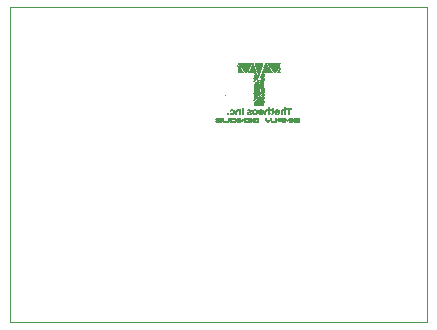
<source format=gbo>
G75*
%MOIN*%
%OFA0B0*%
%FSLAX25Y25*%
%IPPOS*%
%LPD*%
%AMOC8*
5,1,8,0,0,1.08239X$1,22.5*
%
%ADD10C,0.00000*%
%ADD11R,0.01295X0.00028*%
%ADD12R,0.00386X0.00028*%
%ADD13R,0.00413X0.00028*%
%ADD14R,0.01736X0.00028*%
%ADD15R,0.01323X0.00028*%
%ADD16R,0.01874X0.00028*%
%ADD17R,0.00441X0.00028*%
%ADD18R,0.01681X0.00028*%
%ADD19R,0.01791X0.00028*%
%ADD20R,0.01654X0.00028*%
%ADD21R,0.01902X0.00028*%
%ADD22R,0.00469X0.00028*%
%ADD23R,0.00496X0.00028*%
%ADD24R,0.01819X0.00028*%
%ADD25R,0.00551X0.00028*%
%ADD26R,0.00579X0.00028*%
%ADD27R,0.01984X0.00028*%
%ADD28R,0.00634X0.00028*%
%ADD29R,0.02039X0.00028*%
%ADD30R,0.00661X0.00028*%
%ADD31R,0.02122X0.00028*%
%ADD32R,0.02094X0.00028*%
%ADD33R,0.00717X0.00028*%
%ADD34R,0.02150X0.00028*%
%ADD35R,0.00744X0.00028*%
%ADD36R,0.02177X0.00028*%
%ADD37R,0.02205X0.00028*%
%ADD38R,0.00772X0.00028*%
%ADD39R,0.02232X0.00028*%
%ADD40R,0.00827X0.00028*%
%ADD41R,0.02260X0.00028*%
%ADD42R,0.00854X0.00028*%
%ADD43R,0.00909X0.00028*%
%ADD44R,0.02287X0.00028*%
%ADD45R,0.00937X0.00028*%
%ADD46R,0.01764X0.00028*%
%ADD47R,0.00992X0.00028*%
%ADD48R,0.01020X0.00028*%
%ADD49R,0.01047X0.00028*%
%ADD50R,0.01102X0.00028*%
%ADD51R,0.01130X0.00028*%
%ADD52R,0.01185X0.00028*%
%ADD53R,0.01213X0.00028*%
%ADD54R,0.01268X0.00028*%
%ADD55R,0.00055X0.00028*%
%ADD56R,0.01543X0.00028*%
%ADD57R,0.01075X0.00028*%
%ADD58R,0.01378X0.00028*%
%ADD59R,0.00799X0.00028*%
%ADD60R,0.00110X0.00028*%
%ADD61R,0.01709X0.00028*%
%ADD62R,0.01406X0.00028*%
%ADD63R,0.00220X0.00028*%
%ADD64R,0.01571X0.00028*%
%ADD65R,0.02012X0.00028*%
%ADD66R,0.02067X0.00028*%
%ADD67R,0.00303X0.00028*%
%ADD68R,0.01929X0.00028*%
%ADD69R,0.01846X0.00028*%
%ADD70R,0.01957X0.00028*%
%ADD71R,0.00882X0.00028*%
%ADD72R,0.01157X0.00028*%
%ADD73R,0.01350X0.00028*%
%ADD74R,0.01240X0.00028*%
%ADD75R,0.00606X0.00028*%
%ADD76R,0.00965X0.00028*%
%ADD77R,0.00689X0.00028*%
%ADD78R,0.00524X0.00028*%
%ADD79R,0.00193X0.00028*%
%ADD80R,0.00165X0.00028*%
%ADD81R,0.00358X0.00028*%
%ADD82R,0.00331X0.00028*%
%ADD83R,0.00248X0.00028*%
%ADD84R,0.00276X0.00028*%
%ADD85R,0.00138X0.00028*%
%ADD86R,0.00028X0.00028*%
%ADD87R,0.00083X0.00028*%
%ADD88R,0.01488X0.00028*%
%ADD89R,0.01516X0.00028*%
%ADD90R,0.03362X0.00028*%
%ADD91R,0.03390X0.00028*%
%ADD92R,0.03335X0.00028*%
%ADD93R,0.03307X0.00028*%
%ADD94R,0.03280X0.00028*%
%ADD95R,0.03252X0.00028*%
%ADD96R,0.03224X0.00028*%
%ADD97R,0.03197X0.00028*%
%ADD98R,0.03169X0.00028*%
%ADD99R,0.03142X0.00028*%
%ADD100R,0.03114X0.00028*%
%ADD101R,0.03059X0.00028*%
%ADD102R,0.03031X0.00028*%
%ADD103R,0.03004X0.00028*%
%ADD104R,0.02949X0.00028*%
%ADD105R,0.02921X0.00028*%
%ADD106R,0.02894X0.00028*%
%ADD107R,0.02839X0.00028*%
%ADD108R,0.02783X0.00028*%
%ADD109R,0.02728X0.00028*%
%ADD110R,0.02701X0.00028*%
%ADD111R,0.02646X0.00028*%
%ADD112R,0.02591X0.00028*%
%ADD113R,0.02535X0.00028*%
%ADD114R,0.02480X0.00028*%
%ADD115R,0.02425X0.00028*%
%ADD116R,0.02398X0.00028*%
%ADD117R,0.02343X0.00028*%
%ADD118R,0.01626X0.00028*%
%ADD119R,0.01598X0.00028*%
%ADD120R,0.01433X0.00028*%
%ADD121R,0.01461X0.00028*%
%ADD122R,0.03500X0.00028*%
%ADD123R,0.02673X0.00028*%
%ADD124R,0.03472X0.00028*%
%ADD125R,0.03417X0.00028*%
%ADD126R,0.02618X0.00028*%
%ADD127R,0.02508X0.00028*%
%ADD128R,0.02453X0.00028*%
%ADD129R,0.02370X0.00028*%
%ADD130R,0.03087X0.00028*%
%ADD131R,0.02315X0.00028*%
%ADD132R,0.02976X0.00028*%
%ADD133R,0.02811X0.00028*%
%ADD134R,0.02563X0.00028*%
%ADD135R,0.02756X0.00028*%
%ADD136R,0.02866X0.00028*%
%ADD137R,0.03445X0.00028*%
%ADD138R,0.03528X0.00028*%
%ADD139R,0.03583X0.00028*%
%ADD140R,0.03638X0.00028*%
%ADD141R,0.03555X0.00028*%
%ADD142R,0.03693X0.00028*%
%ADD143R,0.03720X0.00028*%
%ADD144R,0.03610X0.00028*%
%ADD145R,0.03776X0.00028*%
%ADD146R,0.03665X0.00028*%
%ADD147R,0.03831X0.00028*%
%ADD148R,0.03748X0.00028*%
%ADD149R,0.03886X0.00028*%
%ADD150R,0.03913X0.00028*%
%ADD151R,0.03803X0.00028*%
%ADD152R,0.03969X0.00028*%
%ADD153R,0.03858X0.00028*%
%ADD154R,0.04024X0.00028*%
%ADD155R,0.03941X0.00028*%
%ADD156R,0.04079X0.00028*%
%ADD157R,0.04106X0.00028*%
%ADD158R,0.03996X0.00028*%
%ADD159R,0.04161X0.00028*%
%ADD160R,0.04051X0.00028*%
%ADD161R,0.04217X0.00028*%
%ADD162R,0.04244X0.00028*%
%ADD163R,0.04299X0.00028*%
%ADD164R,0.04134X0.00028*%
%ADD165R,0.04354X0.00028*%
%ADD166R,0.04189X0.00028*%
%ADD167R,0.04409X0.00028*%
%ADD168R,0.04437X0.00028*%
%ADD169R,0.04492X0.00028*%
%ADD170R,0.04547X0.00028*%
%ADD171R,0.04272X0.00028*%
%ADD172R,0.04575X0.00028*%
%ADD173R,0.04327X0.00028*%
%ADD174R,0.04602X0.00028*%
%ADD175R,0.04630X0.00028*%
D10*
X0001800Y0004102D02*
X0001800Y0109063D01*
X0140501Y0109063D01*
X0140501Y0004102D01*
X0001800Y0004102D01*
D11*
X0071253Y0070326D03*
X0073678Y0070326D03*
X0076103Y0070326D03*
X0081505Y0073275D03*
X0081505Y0073303D03*
X0083324Y0073248D03*
X0083324Y0074488D03*
X0085335Y0074488D03*
X0085032Y0078567D03*
X0083737Y0079090D03*
X0083737Y0079724D03*
X0084233Y0080413D03*
X0085831Y0081350D03*
X0085831Y0081378D03*
X0085831Y0081405D03*
X0085831Y0081433D03*
X0085831Y0081460D03*
X0085831Y0081488D03*
X0085831Y0081515D03*
X0085831Y0081543D03*
X0085831Y0081571D03*
X0085831Y0081598D03*
X0085831Y0081626D03*
X0085831Y0081653D03*
X0085831Y0081681D03*
X0085831Y0081708D03*
X0085831Y0081736D03*
X0085831Y0081763D03*
X0085831Y0081791D03*
X0085831Y0081819D03*
X0085831Y0081846D03*
X0085831Y0081874D03*
X0085831Y0081901D03*
X0085831Y0081929D03*
X0084095Y0083748D03*
X0084757Y0087496D03*
X0087044Y0089149D03*
X0089965Y0087689D03*
X0089965Y0087661D03*
X0078418Y0087716D03*
X0090737Y0074488D03*
X0090709Y0073248D03*
X0097186Y0070326D03*
D12*
X0095684Y0070326D03*
X0095160Y0070326D03*
X0095160Y0070354D03*
X0095160Y0070382D03*
X0095160Y0070409D03*
X0095160Y0070437D03*
X0095160Y0070464D03*
X0095160Y0070492D03*
X0095160Y0070519D03*
X0095160Y0070547D03*
X0095160Y0070575D03*
X0095160Y0070602D03*
X0095160Y0070630D03*
X0095160Y0070657D03*
X0095160Y0070685D03*
X0095160Y0070712D03*
X0095160Y0070740D03*
X0095160Y0070767D03*
X0095160Y0070795D03*
X0095160Y0070823D03*
X0095160Y0070850D03*
X0095160Y0070878D03*
X0095160Y0070905D03*
X0095160Y0070933D03*
X0095160Y0070960D03*
X0095160Y0070988D03*
X0095160Y0071015D03*
X0095160Y0071043D03*
X0095160Y0071071D03*
X0095160Y0071098D03*
X0095160Y0071126D03*
X0095160Y0071153D03*
X0095160Y0071181D03*
X0095160Y0071208D03*
X0095160Y0071236D03*
X0095160Y0071263D03*
X0095160Y0071291D03*
X0095160Y0071319D03*
X0095160Y0071346D03*
X0095160Y0071374D03*
X0094168Y0071015D03*
X0093176Y0071015D03*
X0093176Y0070988D03*
X0093176Y0070960D03*
X0093176Y0070933D03*
X0093176Y0070905D03*
X0093176Y0070878D03*
X0093176Y0070850D03*
X0093176Y0070823D03*
X0093176Y0070795D03*
X0093176Y0070767D03*
X0093176Y0070740D03*
X0093176Y0070712D03*
X0093176Y0070685D03*
X0093176Y0070657D03*
X0093176Y0070630D03*
X0093176Y0070602D03*
X0093176Y0070575D03*
X0093176Y0070547D03*
X0093176Y0070519D03*
X0093176Y0070492D03*
X0093176Y0070464D03*
X0093176Y0070437D03*
X0093176Y0070409D03*
X0093176Y0070382D03*
X0093176Y0070354D03*
X0093176Y0070326D03*
X0093176Y0071043D03*
X0093176Y0071071D03*
X0093176Y0071098D03*
X0093176Y0071126D03*
X0093176Y0071153D03*
X0093176Y0071181D03*
X0093176Y0071208D03*
X0093176Y0071236D03*
X0093176Y0071263D03*
X0093176Y0071291D03*
X0093176Y0071319D03*
X0093176Y0071374D03*
X0094774Y0073055D03*
X0094774Y0073082D03*
X0094774Y0073110D03*
X0094774Y0073138D03*
X0094774Y0073165D03*
X0094774Y0073193D03*
X0094774Y0073220D03*
X0094774Y0073248D03*
X0094774Y0073275D03*
X0094774Y0073303D03*
X0094774Y0073330D03*
X0094774Y0073358D03*
X0094774Y0073386D03*
X0094774Y0073413D03*
X0094774Y0073441D03*
X0094774Y0073468D03*
X0094774Y0073496D03*
X0094774Y0073523D03*
X0094774Y0073551D03*
X0094774Y0073578D03*
X0094774Y0073606D03*
X0094774Y0073634D03*
X0094774Y0073661D03*
X0094774Y0073689D03*
X0094774Y0073716D03*
X0094774Y0073744D03*
X0094774Y0073771D03*
X0094774Y0073799D03*
X0094774Y0073826D03*
X0094774Y0073854D03*
X0094774Y0073882D03*
X0094774Y0073909D03*
X0094774Y0073937D03*
X0094774Y0073964D03*
X0094774Y0073992D03*
X0094774Y0074019D03*
X0094774Y0074047D03*
X0094774Y0074075D03*
X0094774Y0074102D03*
X0094774Y0074130D03*
X0094774Y0074157D03*
X0094774Y0074185D03*
X0094774Y0074212D03*
X0094774Y0074240D03*
X0094774Y0074267D03*
X0094774Y0074295D03*
X0094774Y0074323D03*
X0094774Y0074350D03*
X0094774Y0074378D03*
X0094774Y0074405D03*
X0094774Y0074433D03*
X0094774Y0074460D03*
X0094774Y0074488D03*
X0094774Y0074515D03*
X0094774Y0074543D03*
X0094774Y0074571D03*
X0094774Y0074598D03*
X0094774Y0074626D03*
X0094774Y0074653D03*
X0094774Y0074681D03*
X0094774Y0074708D03*
X0094774Y0074736D03*
X0094774Y0074763D03*
X0094774Y0074791D03*
X0094774Y0074819D03*
X0094774Y0074846D03*
X0094774Y0074874D03*
X0094774Y0074901D03*
X0093369Y0074157D03*
X0093369Y0074130D03*
X0093369Y0074102D03*
X0092211Y0074240D03*
X0092184Y0074185D03*
X0092184Y0074157D03*
X0092184Y0074130D03*
X0092184Y0074102D03*
X0091330Y0074267D03*
X0091357Y0073523D03*
X0091330Y0073468D03*
X0091302Y0073441D03*
X0090089Y0074102D03*
X0090117Y0074212D03*
X0090144Y0074267D03*
X0089263Y0074736D03*
X0089235Y0073441D03*
X0089235Y0073413D03*
X0089207Y0073386D03*
X0087995Y0073964D03*
X0087995Y0073992D03*
X0087995Y0074019D03*
X0087995Y0074047D03*
X0087995Y0074075D03*
X0087995Y0074102D03*
X0087995Y0074130D03*
X0086810Y0074185D03*
X0086810Y0074212D03*
X0086810Y0074240D03*
X0086782Y0074102D03*
X0086782Y0074075D03*
X0086782Y0074047D03*
X0086782Y0074019D03*
X0086782Y0073992D03*
X0086782Y0073964D03*
X0086782Y0073937D03*
X0086782Y0073909D03*
X0086782Y0073882D03*
X0086782Y0073854D03*
X0086782Y0073826D03*
X0086782Y0073799D03*
X0086782Y0073771D03*
X0086782Y0073744D03*
X0086782Y0073716D03*
X0086782Y0073689D03*
X0086782Y0073661D03*
X0086782Y0073634D03*
X0086782Y0073606D03*
X0086782Y0073578D03*
X0086782Y0073551D03*
X0086782Y0073523D03*
X0086782Y0073496D03*
X0086782Y0073468D03*
X0086782Y0073441D03*
X0086782Y0073413D03*
X0086782Y0073386D03*
X0086782Y0073358D03*
X0086782Y0073330D03*
X0086782Y0073303D03*
X0086782Y0073275D03*
X0086782Y0073248D03*
X0086782Y0073220D03*
X0086782Y0073193D03*
X0086782Y0073165D03*
X0086782Y0073138D03*
X0086782Y0073110D03*
X0086782Y0073082D03*
X0086782Y0073055D03*
X0085956Y0073496D03*
X0085928Y0073468D03*
X0085956Y0074240D03*
X0085928Y0074295D03*
X0085349Y0074736D03*
X0084770Y0074295D03*
X0084743Y0074267D03*
X0084743Y0074240D03*
X0084715Y0074185D03*
X0084026Y0074075D03*
X0084026Y0074047D03*
X0083999Y0074130D03*
X0083999Y0074157D03*
X0083971Y0074185D03*
X0083971Y0074212D03*
X0084026Y0073716D03*
X0084026Y0073689D03*
X0083999Y0073606D03*
X0083999Y0073578D03*
X0083971Y0073551D03*
X0082676Y0073551D03*
X0082676Y0073578D03*
X0082648Y0073606D03*
X0082648Y0073634D03*
X0082621Y0073716D03*
X0082621Y0074019D03*
X0082648Y0074130D03*
X0082676Y0074157D03*
X0082676Y0074185D03*
X0081877Y0074185D03*
X0081408Y0074736D03*
X0080995Y0073578D03*
X0080995Y0073413D03*
X0081022Y0073386D03*
X0078322Y0074130D03*
X0078322Y0074157D03*
X0077164Y0074212D03*
X0077164Y0074240D03*
X0077137Y0074185D03*
X0077137Y0074157D03*
X0077137Y0074130D03*
X0077137Y0074102D03*
X0077137Y0074075D03*
X0076365Y0074019D03*
X0076337Y0074102D03*
X0076337Y0074130D03*
X0076310Y0074185D03*
X0076365Y0073744D03*
X0076365Y0073716D03*
X0076337Y0073661D03*
X0076337Y0073634D03*
X0076310Y0073578D03*
X0074408Y0073386D03*
X0074408Y0073082D03*
X0077605Y0071842D03*
X0077605Y0070326D03*
X0083282Y0078071D03*
X0085074Y0079118D03*
X0084715Y0080055D03*
X0083282Y0080082D03*
X0086286Y0078594D03*
X0086286Y0078567D03*
X0086286Y0084409D03*
X0086286Y0085208D03*
X0085377Y0085429D03*
X0084770Y0086090D03*
X0084522Y0084382D03*
X0085239Y0084354D03*
X0083282Y0085153D03*
X0082786Y0089673D03*
X0082786Y0089700D03*
X0086865Y0089949D03*
X0091605Y0088323D03*
X0077963Y0088846D03*
X0077963Y0088874D03*
X0090475Y0071842D03*
D13*
X0088560Y0071842D03*
X0087761Y0070326D03*
X0086961Y0071842D03*
X0085887Y0073413D03*
X0085914Y0073441D03*
X0085887Y0074323D03*
X0086824Y0074267D03*
X0086851Y0074323D03*
X0087981Y0074185D03*
X0087981Y0074157D03*
X0089194Y0073358D03*
X0090158Y0074295D03*
X0090186Y0074323D03*
X0090737Y0074736D03*
X0091261Y0074350D03*
X0091288Y0074323D03*
X0091316Y0074295D03*
X0092198Y0074212D03*
X0092225Y0074267D03*
X0092225Y0074295D03*
X0093355Y0074212D03*
X0093355Y0074185D03*
X0093190Y0071787D03*
X0093190Y0071346D03*
X0092639Y0070326D03*
X0095698Y0070354D03*
X0095698Y0070382D03*
X0095698Y0070409D03*
X0095698Y0070437D03*
X0095698Y0070464D03*
X0095698Y0070492D03*
X0095698Y0070519D03*
X0095698Y0070547D03*
X0095698Y0070575D03*
X0095698Y0070602D03*
X0095698Y0070630D03*
X0095698Y0070657D03*
X0095698Y0070685D03*
X0095698Y0070712D03*
X0095698Y0070740D03*
X0095698Y0070767D03*
X0095698Y0070795D03*
X0095698Y0070823D03*
X0095698Y0070850D03*
X0095698Y0070878D03*
X0095698Y0070905D03*
X0095698Y0070933D03*
X0095698Y0070960D03*
X0095698Y0070988D03*
X0095698Y0071015D03*
X0095698Y0071043D03*
X0095698Y0071071D03*
X0095698Y0071098D03*
X0095698Y0071126D03*
X0095698Y0071153D03*
X0095698Y0071181D03*
X0095698Y0071208D03*
X0095698Y0071236D03*
X0095698Y0071263D03*
X0095698Y0071291D03*
X0095698Y0071319D03*
X0095698Y0071346D03*
X0095698Y0071374D03*
X0095698Y0071401D03*
X0095698Y0071429D03*
X0095698Y0071456D03*
X0095698Y0071484D03*
X0095698Y0071512D03*
X0095698Y0071539D03*
X0095698Y0071567D03*
X0095698Y0071594D03*
X0095698Y0071622D03*
X0095698Y0071649D03*
X0095698Y0071677D03*
X0095698Y0071704D03*
X0095698Y0071732D03*
X0095698Y0071760D03*
X0095698Y0071787D03*
X0095698Y0071815D03*
X0095698Y0071842D03*
X0086272Y0078622D03*
X0086272Y0079862D03*
X0085473Y0080082D03*
X0083296Y0078098D03*
X0083324Y0074736D03*
X0082745Y0074295D03*
X0082717Y0074267D03*
X0082717Y0074240D03*
X0082690Y0074212D03*
X0082690Y0073523D03*
X0082717Y0073496D03*
X0081891Y0073358D03*
X0081863Y0074157D03*
X0081835Y0074405D03*
X0081009Y0073606D03*
X0081036Y0073358D03*
X0078308Y0074185D03*
X0078308Y0074212D03*
X0077178Y0074267D03*
X0077178Y0074295D03*
X0076324Y0074157D03*
X0076296Y0074212D03*
X0076269Y0074240D03*
X0076324Y0073606D03*
X0076296Y0073551D03*
X0075635Y0074736D03*
X0074394Y0073358D03*
X0074394Y0073110D03*
X0077591Y0071815D03*
X0077591Y0071787D03*
X0077591Y0071760D03*
X0077591Y0071732D03*
X0077591Y0071704D03*
X0077591Y0071677D03*
X0077591Y0071649D03*
X0077591Y0071622D03*
X0077591Y0071594D03*
X0077591Y0071567D03*
X0077591Y0071539D03*
X0077591Y0071512D03*
X0077591Y0071484D03*
X0077591Y0071456D03*
X0077591Y0071429D03*
X0077591Y0071401D03*
X0077591Y0071374D03*
X0077591Y0071346D03*
X0077591Y0071319D03*
X0077591Y0071291D03*
X0077591Y0071263D03*
X0077591Y0071236D03*
X0077591Y0071208D03*
X0077591Y0071181D03*
X0077591Y0071153D03*
X0077591Y0071126D03*
X0077591Y0071098D03*
X0077591Y0071071D03*
X0077591Y0071043D03*
X0077591Y0071015D03*
X0077591Y0070988D03*
X0077591Y0070960D03*
X0077591Y0070933D03*
X0077591Y0070905D03*
X0077591Y0070878D03*
X0077591Y0070850D03*
X0077591Y0070823D03*
X0077591Y0070795D03*
X0077591Y0070767D03*
X0077591Y0070740D03*
X0077591Y0070712D03*
X0077591Y0070685D03*
X0077591Y0070657D03*
X0077591Y0070630D03*
X0077591Y0070602D03*
X0077591Y0070575D03*
X0077591Y0070547D03*
X0077591Y0070519D03*
X0077591Y0070492D03*
X0077591Y0070464D03*
X0077591Y0070437D03*
X0077591Y0070409D03*
X0077591Y0070382D03*
X0077591Y0070354D03*
X0082056Y0070712D03*
X0082056Y0070740D03*
X0082056Y0070767D03*
X0082056Y0070795D03*
X0082056Y0070823D03*
X0082056Y0070850D03*
X0082056Y0070878D03*
X0082056Y0071291D03*
X0082056Y0071319D03*
X0082056Y0071346D03*
X0082056Y0071374D03*
X0082056Y0071401D03*
X0082056Y0071429D03*
X0082056Y0071456D03*
X0083930Y0073468D03*
X0083930Y0073496D03*
X0083957Y0073523D03*
X0083957Y0074240D03*
X0083930Y0074267D03*
X0084784Y0074323D03*
X0084812Y0074350D03*
X0084509Y0084354D03*
X0083296Y0084354D03*
X0084757Y0086118D03*
X0084757Y0086145D03*
X0086272Y0084437D03*
X0082772Y0089645D03*
X0077977Y0088819D03*
X0091591Y0088295D03*
X0091591Y0088267D03*
D14*
X0089938Y0087992D03*
X0082580Y0088185D03*
X0082580Y0088212D03*
X0078639Y0087165D03*
X0083957Y0082012D03*
X0083957Y0081984D03*
X0083957Y0081956D03*
X0083957Y0081929D03*
X0083957Y0081901D03*
X0083957Y0081874D03*
X0083957Y0081846D03*
X0083957Y0081819D03*
X0083957Y0081791D03*
X0083957Y0081763D03*
X0083957Y0081736D03*
X0083957Y0081708D03*
X0083957Y0081681D03*
X0083957Y0081653D03*
X0083957Y0081626D03*
X0083957Y0081598D03*
X0083957Y0081571D03*
X0083957Y0081543D03*
X0083957Y0081515D03*
X0083957Y0081488D03*
X0083957Y0081460D03*
X0085005Y0078291D03*
X0087761Y0071015D03*
X0089800Y0070326D03*
X0094788Y0074929D03*
X0094788Y0074956D03*
X0094788Y0074984D03*
X0094788Y0075012D03*
X0094788Y0075039D03*
X0094788Y0075067D03*
X0094788Y0075094D03*
X0094788Y0075122D03*
X0094788Y0075149D03*
X0094788Y0075177D03*
X0094788Y0075204D03*
X0094788Y0075232D03*
X0094788Y0075260D03*
D15*
X0097172Y0071842D03*
X0085322Y0073248D03*
X0083558Y0071842D03*
X0083558Y0070326D03*
X0076117Y0071842D03*
X0075676Y0073275D03*
X0075704Y0074433D03*
X0075676Y0074460D03*
X0075648Y0074488D03*
X0071267Y0071842D03*
X0083751Y0079118D03*
X0085019Y0078539D03*
X0085818Y0081956D03*
X0085818Y0081984D03*
X0085818Y0082012D03*
X0085818Y0082039D03*
X0085818Y0082067D03*
X0085818Y0082094D03*
X0085818Y0082122D03*
X0085818Y0082149D03*
X0085818Y0082177D03*
X0085818Y0082204D03*
X0085818Y0082232D03*
X0085818Y0082260D03*
X0085818Y0082287D03*
X0085818Y0082315D03*
X0085818Y0082342D03*
X0085818Y0082370D03*
X0085818Y0082397D03*
X0085818Y0082425D03*
X0085818Y0082452D03*
X0085818Y0082480D03*
X0085818Y0082508D03*
X0085763Y0083638D03*
X0084081Y0083720D03*
X0084770Y0087523D03*
X0084770Y0087551D03*
X0082648Y0088653D03*
X0082648Y0088681D03*
X0080278Y0087606D03*
X0078432Y0087689D03*
X0087058Y0089122D03*
D16*
X0087168Y0088626D03*
X0089924Y0088102D03*
X0084770Y0088378D03*
X0084770Y0088405D03*
X0082566Y0088075D03*
X0082566Y0088047D03*
X0081326Y0071842D03*
X0081326Y0071484D03*
X0081326Y0070685D03*
X0081326Y0070326D03*
X0091908Y0071015D03*
X0091908Y0071732D03*
D17*
X0092625Y0071456D03*
X0092625Y0071429D03*
X0092625Y0071401D03*
X0092625Y0071374D03*
X0092625Y0071346D03*
X0092625Y0071319D03*
X0092625Y0071291D03*
X0092625Y0070878D03*
X0092625Y0070850D03*
X0092625Y0070823D03*
X0092625Y0070795D03*
X0092625Y0070767D03*
X0092625Y0070740D03*
X0092625Y0070712D03*
X0092625Y0070685D03*
X0092625Y0070657D03*
X0092625Y0070630D03*
X0092625Y0070602D03*
X0092625Y0070575D03*
X0092625Y0070547D03*
X0092625Y0070519D03*
X0092625Y0070492D03*
X0092625Y0070464D03*
X0092625Y0070437D03*
X0092625Y0070409D03*
X0092625Y0070382D03*
X0092625Y0070354D03*
X0093204Y0071760D03*
X0095133Y0071787D03*
X0096263Y0071429D03*
X0096263Y0071401D03*
X0096263Y0071374D03*
X0096263Y0070850D03*
X0096263Y0070823D03*
X0096263Y0070795D03*
X0096263Y0070767D03*
X0096263Y0070740D03*
X0093341Y0074240D03*
X0092267Y0074350D03*
X0092239Y0074323D03*
X0091274Y0073413D03*
X0091247Y0073386D03*
X0090282Y0073330D03*
X0090200Y0074350D03*
X0090227Y0074378D03*
X0089180Y0073330D03*
X0087967Y0074212D03*
X0087967Y0074240D03*
X0086837Y0074295D03*
X0085873Y0074350D03*
X0084881Y0073330D03*
X0083889Y0073441D03*
X0083916Y0074295D03*
X0083889Y0074323D03*
X0082786Y0073413D03*
X0082759Y0073441D03*
X0082731Y0073468D03*
X0081822Y0074130D03*
X0081794Y0074433D03*
X0081022Y0073634D03*
X0081050Y0073330D03*
X0078294Y0074240D03*
X0078294Y0074267D03*
X0077219Y0074350D03*
X0077192Y0074323D03*
X0076255Y0074267D03*
X0076227Y0074295D03*
X0076282Y0073523D03*
X0076255Y0073496D03*
X0075235Y0073358D03*
X0074408Y0073330D03*
X0074408Y0073165D03*
X0074408Y0073138D03*
X0074601Y0071842D03*
X0074601Y0071815D03*
X0074601Y0071787D03*
X0074601Y0071760D03*
X0074601Y0071732D03*
X0074601Y0071704D03*
X0074601Y0071677D03*
X0074601Y0071649D03*
X0074601Y0071622D03*
X0074601Y0071594D03*
X0074601Y0071567D03*
X0074601Y0071539D03*
X0074601Y0071512D03*
X0074601Y0071484D03*
X0074601Y0071456D03*
X0074601Y0071429D03*
X0074601Y0071401D03*
X0074601Y0071374D03*
X0074601Y0071346D03*
X0074601Y0071319D03*
X0074601Y0071291D03*
X0074601Y0071263D03*
X0074601Y0071236D03*
X0074601Y0071208D03*
X0074601Y0071181D03*
X0074601Y0071153D03*
X0074601Y0071126D03*
X0074601Y0071098D03*
X0074601Y0071071D03*
X0074601Y0071043D03*
X0074601Y0071015D03*
X0074601Y0070988D03*
X0074601Y0070960D03*
X0074601Y0070933D03*
X0074601Y0070905D03*
X0074601Y0070878D03*
X0074601Y0070850D03*
X0074601Y0070823D03*
X0074601Y0070795D03*
X0074601Y0070767D03*
X0074601Y0070740D03*
X0072755Y0071842D03*
X0072176Y0071429D03*
X0072176Y0071401D03*
X0072176Y0071374D03*
X0072176Y0071346D03*
X0072176Y0071319D03*
X0072176Y0070795D03*
X0072176Y0070767D03*
X0072176Y0070740D03*
X0077026Y0070740D03*
X0077026Y0070767D03*
X0077026Y0070795D03*
X0077026Y0070823D03*
X0077026Y0070850D03*
X0077026Y0070878D03*
X0077026Y0070905D03*
X0077026Y0070933D03*
X0077026Y0070960D03*
X0077026Y0070988D03*
X0077026Y0071015D03*
X0077026Y0071043D03*
X0077026Y0071071D03*
X0077026Y0071098D03*
X0077026Y0071126D03*
X0077026Y0071153D03*
X0077026Y0071181D03*
X0077026Y0071208D03*
X0077026Y0071236D03*
X0077026Y0071263D03*
X0077026Y0071291D03*
X0077026Y0071319D03*
X0077026Y0071346D03*
X0077026Y0071374D03*
X0077026Y0071401D03*
X0077026Y0071429D03*
X0077026Y0071456D03*
X0077026Y0070712D03*
X0078184Y0070326D03*
X0078184Y0071842D03*
X0080003Y0071842D03*
X0080003Y0071263D03*
X0080003Y0071236D03*
X0080003Y0071208D03*
X0080003Y0071181D03*
X0080003Y0071153D03*
X0080003Y0071126D03*
X0080003Y0071098D03*
X0080003Y0071071D03*
X0080003Y0071043D03*
X0080003Y0071015D03*
X0080003Y0070988D03*
X0080003Y0070960D03*
X0080003Y0070933D03*
X0080003Y0070905D03*
X0080003Y0070878D03*
X0080003Y0070850D03*
X0080003Y0070823D03*
X0080003Y0070795D03*
X0080003Y0070767D03*
X0080003Y0070740D03*
X0080003Y0070712D03*
X0080003Y0070685D03*
X0080003Y0070657D03*
X0080003Y0070630D03*
X0080003Y0070602D03*
X0080003Y0070575D03*
X0080003Y0070547D03*
X0080003Y0070519D03*
X0080003Y0070492D03*
X0080003Y0070464D03*
X0080003Y0070437D03*
X0080003Y0070382D03*
X0080003Y0070326D03*
X0084467Y0070712D03*
X0084467Y0071456D03*
X0086975Y0071456D03*
X0086975Y0071429D03*
X0086975Y0071401D03*
X0086975Y0071374D03*
X0086975Y0071346D03*
X0086975Y0071319D03*
X0086975Y0071291D03*
X0086975Y0071484D03*
X0086975Y0071512D03*
X0086975Y0071539D03*
X0086975Y0071567D03*
X0086975Y0071594D03*
X0086975Y0071622D03*
X0086975Y0071649D03*
X0086975Y0071677D03*
X0086975Y0071704D03*
X0086975Y0071732D03*
X0086975Y0071760D03*
X0086975Y0071787D03*
X0086975Y0071815D03*
X0087774Y0070878D03*
X0087774Y0070850D03*
X0087774Y0070823D03*
X0087774Y0070795D03*
X0087774Y0070767D03*
X0087774Y0070740D03*
X0087774Y0070712D03*
X0087774Y0070685D03*
X0087774Y0070657D03*
X0087774Y0070630D03*
X0087774Y0070602D03*
X0087774Y0070575D03*
X0087774Y0070547D03*
X0087774Y0070519D03*
X0087774Y0070492D03*
X0087774Y0070464D03*
X0087774Y0070437D03*
X0087774Y0070409D03*
X0087774Y0070382D03*
X0087774Y0070354D03*
X0088546Y0071291D03*
X0088546Y0071319D03*
X0088546Y0071346D03*
X0088546Y0071374D03*
X0088546Y0071401D03*
X0088546Y0071429D03*
X0088546Y0071456D03*
X0088546Y0071484D03*
X0088546Y0071512D03*
X0088546Y0071539D03*
X0088546Y0071567D03*
X0088546Y0071594D03*
X0088546Y0071622D03*
X0088546Y0071649D03*
X0088546Y0071677D03*
X0088546Y0071704D03*
X0088546Y0071732D03*
X0088546Y0071760D03*
X0088546Y0071787D03*
X0088546Y0071815D03*
X0090475Y0071815D03*
X0090475Y0071787D03*
X0090475Y0071760D03*
X0090475Y0071732D03*
X0090475Y0071704D03*
X0090475Y0071677D03*
X0090475Y0071649D03*
X0090475Y0071622D03*
X0090475Y0071594D03*
X0090475Y0071567D03*
X0090475Y0071539D03*
X0090475Y0071512D03*
X0090475Y0071484D03*
X0090475Y0071456D03*
X0090475Y0071429D03*
X0090475Y0071401D03*
X0090475Y0071374D03*
X0090475Y0071346D03*
X0090475Y0071319D03*
X0090475Y0071291D03*
X0090475Y0071263D03*
X0090475Y0071236D03*
X0090475Y0071208D03*
X0090475Y0071181D03*
X0090475Y0071153D03*
X0090475Y0071126D03*
X0090475Y0071098D03*
X0090475Y0071071D03*
X0090475Y0071043D03*
X0090475Y0071015D03*
X0090475Y0070988D03*
X0090475Y0070960D03*
X0090475Y0070933D03*
X0090475Y0070905D03*
X0090475Y0070878D03*
X0090475Y0070850D03*
X0090475Y0070823D03*
X0090475Y0070795D03*
X0090475Y0070767D03*
X0090475Y0070740D03*
X0090475Y0070712D03*
X0091054Y0071291D03*
X0091054Y0071319D03*
X0091054Y0071346D03*
X0091054Y0071374D03*
X0091054Y0071401D03*
X0091054Y0071429D03*
X0091054Y0071456D03*
X0086259Y0078649D03*
X0085074Y0079090D03*
X0083310Y0078126D03*
X0083310Y0080055D03*
X0083310Y0084382D03*
X0084137Y0085374D03*
X0084770Y0086173D03*
X0084770Y0086200D03*
X0085267Y0084326D03*
X0086259Y0084464D03*
X0082786Y0089618D03*
X0086865Y0089893D03*
X0086865Y0089921D03*
X0091578Y0088240D03*
X0091578Y0088212D03*
X0077991Y0088791D03*
D18*
X0078611Y0087248D03*
X0082580Y0088267D03*
X0087127Y0088791D03*
X0087127Y0088819D03*
X0089938Y0087964D03*
X0083930Y0083197D03*
X0083930Y0083169D03*
X0083930Y0083141D03*
X0083930Y0083114D03*
X0083930Y0083086D03*
X0083930Y0083059D03*
X0083930Y0083031D03*
X0083930Y0083004D03*
X0083930Y0082976D03*
X0083930Y0082949D03*
X0083930Y0082921D03*
X0083930Y0082893D03*
X0083930Y0082866D03*
X0083930Y0082838D03*
X0083930Y0082811D03*
X0083930Y0082783D03*
X0083930Y0082756D03*
X0083930Y0082728D03*
X0083930Y0082700D03*
X0083930Y0082673D03*
X0083930Y0082645D03*
X0083930Y0079531D03*
X0085005Y0078319D03*
X0085363Y0073992D03*
X0076103Y0071815D03*
X0071253Y0071815D03*
X0097186Y0071815D03*
X0097186Y0070354D03*
D19*
X0097186Y0070382D03*
X0096938Y0070905D03*
X0097186Y0071787D03*
X0091950Y0071787D03*
X0091950Y0070960D03*
X0089800Y0070657D03*
X0089800Y0070630D03*
X0089800Y0070602D03*
X0089800Y0070575D03*
X0089800Y0070547D03*
X0089800Y0070519D03*
X0089800Y0070492D03*
X0089800Y0070464D03*
X0089800Y0070437D03*
X0089800Y0070409D03*
X0089800Y0070382D03*
X0089800Y0070354D03*
X0087761Y0071043D03*
X0085005Y0078236D03*
X0085005Y0078263D03*
X0083985Y0080606D03*
X0083985Y0080634D03*
X0083985Y0080661D03*
X0083985Y0080689D03*
X0083985Y0080716D03*
X0083985Y0080744D03*
X0083985Y0080771D03*
X0083985Y0080799D03*
X0083985Y0080826D03*
X0083985Y0080854D03*
X0082580Y0088157D03*
X0080237Y0087937D03*
X0087154Y0088708D03*
X0071253Y0071787D03*
X0071501Y0071263D03*
X0071005Y0070905D03*
X0071253Y0070382D03*
X0073678Y0070382D03*
X0076103Y0070382D03*
D20*
X0076117Y0070354D03*
X0073692Y0070354D03*
X0071267Y0070354D03*
X0083558Y0070354D03*
X0083558Y0071815D03*
X0087774Y0070988D03*
X0083916Y0079504D03*
X0083916Y0079586D03*
X0084054Y0080551D03*
X0083916Y0083224D03*
X0083916Y0083252D03*
X0083916Y0083279D03*
X0083916Y0083307D03*
X0083916Y0083334D03*
X0083916Y0083362D03*
X0083916Y0083389D03*
X0083916Y0083417D03*
X0083916Y0083445D03*
X0083916Y0083472D03*
X0078597Y0087275D03*
X0080251Y0087826D03*
X0080251Y0087854D03*
X0082593Y0088295D03*
X0084770Y0088075D03*
X0084770Y0088047D03*
X0084770Y0088019D03*
X0089952Y0087937D03*
D21*
X0087182Y0088598D03*
X0084784Y0088433D03*
X0082552Y0088019D03*
X0080237Y0088019D03*
X0085005Y0078181D03*
X0083544Y0071760D03*
X0083544Y0070409D03*
X0081312Y0070409D03*
X0081312Y0070382D03*
X0081312Y0070354D03*
X0081312Y0070437D03*
X0081312Y0070464D03*
X0081312Y0070492D03*
X0081312Y0070519D03*
X0081312Y0070547D03*
X0081312Y0070575D03*
X0081312Y0070602D03*
X0081312Y0070630D03*
X0081312Y0070657D03*
X0081312Y0071512D03*
X0081312Y0071567D03*
X0081312Y0071594D03*
X0081312Y0071622D03*
X0081312Y0071649D03*
X0081312Y0071677D03*
X0081312Y0071704D03*
X0081312Y0071732D03*
X0081312Y0071760D03*
X0081312Y0071787D03*
X0081312Y0071815D03*
X0076103Y0071760D03*
X0076103Y0070409D03*
X0073678Y0070409D03*
X0071253Y0070409D03*
X0071253Y0071760D03*
X0087761Y0071098D03*
X0091894Y0071043D03*
X0091894Y0071704D03*
X0097186Y0071760D03*
X0097186Y0070409D03*
D22*
X0098095Y0070712D03*
X0098095Y0070740D03*
X0098095Y0070767D03*
X0098095Y0070795D03*
X0098095Y0071291D03*
X0098095Y0071319D03*
X0098095Y0071346D03*
X0098095Y0071374D03*
X0098095Y0071401D03*
X0098095Y0071429D03*
X0098095Y0071456D03*
X0096276Y0071456D03*
X0096276Y0070878D03*
X0096276Y0070712D03*
X0095119Y0071760D03*
X0093328Y0074267D03*
X0093328Y0074295D03*
X0091233Y0074378D03*
X0090269Y0074405D03*
X0087954Y0074267D03*
X0086879Y0074350D03*
X0085831Y0074378D03*
X0084839Y0074378D03*
X0083847Y0074350D03*
X0083875Y0073413D03*
X0083847Y0073386D03*
X0082800Y0074350D03*
X0082772Y0074323D03*
X0085859Y0073386D03*
X0084481Y0071429D03*
X0084481Y0071401D03*
X0084481Y0071374D03*
X0084481Y0071346D03*
X0084481Y0071319D03*
X0084481Y0071291D03*
X0084481Y0071263D03*
X0084481Y0071236D03*
X0084481Y0071208D03*
X0084481Y0071181D03*
X0084481Y0071153D03*
X0084481Y0071126D03*
X0084481Y0071098D03*
X0084481Y0071071D03*
X0084481Y0071043D03*
X0084481Y0071015D03*
X0084481Y0070988D03*
X0084481Y0070960D03*
X0084481Y0070933D03*
X0084481Y0070905D03*
X0084481Y0070878D03*
X0084481Y0070850D03*
X0084481Y0070823D03*
X0084481Y0070795D03*
X0084481Y0070767D03*
X0084481Y0070740D03*
X0082635Y0070740D03*
X0082635Y0070767D03*
X0082635Y0070795D03*
X0082635Y0070823D03*
X0082635Y0070850D03*
X0082635Y0070878D03*
X0082635Y0070712D03*
X0082635Y0071374D03*
X0082635Y0071401D03*
X0082635Y0071429D03*
X0082635Y0071456D03*
X0080017Y0070409D03*
X0080017Y0070354D03*
X0078170Y0070905D03*
X0078170Y0070933D03*
X0078170Y0070960D03*
X0078170Y0070988D03*
X0078170Y0071015D03*
X0078170Y0071043D03*
X0078170Y0071071D03*
X0078170Y0071098D03*
X0078170Y0071126D03*
X0078170Y0071153D03*
X0078170Y0071181D03*
X0078170Y0071208D03*
X0078170Y0071236D03*
X0078170Y0071263D03*
X0078170Y0071291D03*
X0078170Y0071319D03*
X0078170Y0071346D03*
X0078170Y0071374D03*
X0078170Y0071401D03*
X0078170Y0071429D03*
X0078170Y0071456D03*
X0078170Y0071484D03*
X0078170Y0071512D03*
X0078170Y0071539D03*
X0078170Y0071567D03*
X0078170Y0071594D03*
X0078170Y0071622D03*
X0078170Y0071649D03*
X0078170Y0071677D03*
X0078170Y0071704D03*
X0078170Y0071732D03*
X0078170Y0071760D03*
X0078170Y0071787D03*
X0078170Y0071815D03*
X0078280Y0074295D03*
X0076213Y0074323D03*
X0076241Y0073468D03*
X0076213Y0073441D03*
X0075690Y0073027D03*
X0074394Y0073193D03*
X0074394Y0073220D03*
X0074394Y0073248D03*
X0074394Y0073275D03*
X0074394Y0073303D03*
X0075276Y0074405D03*
X0075194Y0071456D03*
X0075194Y0071429D03*
X0075194Y0071401D03*
X0075194Y0071374D03*
X0075194Y0071346D03*
X0075194Y0071319D03*
X0075194Y0071291D03*
X0075194Y0071263D03*
X0075194Y0071236D03*
X0075194Y0071208D03*
X0075194Y0071181D03*
X0075194Y0071153D03*
X0075194Y0071126D03*
X0075194Y0071098D03*
X0075194Y0071071D03*
X0075194Y0071043D03*
X0075194Y0071015D03*
X0075194Y0070988D03*
X0075194Y0070960D03*
X0075194Y0070933D03*
X0075194Y0070905D03*
X0075194Y0070878D03*
X0075194Y0070850D03*
X0075194Y0070823D03*
X0075194Y0070795D03*
X0075194Y0070767D03*
X0075194Y0070740D03*
X0075194Y0070712D03*
X0074587Y0070712D03*
X0072769Y0070712D03*
X0072769Y0070740D03*
X0072769Y0070767D03*
X0072769Y0070795D03*
X0072769Y0070823D03*
X0072769Y0070850D03*
X0072769Y0070878D03*
X0072769Y0070905D03*
X0072769Y0070933D03*
X0072769Y0070960D03*
X0072769Y0070988D03*
X0072769Y0071015D03*
X0072769Y0071043D03*
X0072769Y0071071D03*
X0072769Y0071098D03*
X0072769Y0071126D03*
X0072769Y0071153D03*
X0072769Y0071181D03*
X0072769Y0071208D03*
X0072769Y0071236D03*
X0072769Y0071263D03*
X0072769Y0071291D03*
X0072769Y0071319D03*
X0072769Y0071346D03*
X0072769Y0071374D03*
X0072769Y0071401D03*
X0072769Y0071429D03*
X0072769Y0071456D03*
X0072769Y0071484D03*
X0072769Y0071512D03*
X0072769Y0071539D03*
X0072769Y0071567D03*
X0072769Y0071594D03*
X0072769Y0071622D03*
X0072769Y0071649D03*
X0072769Y0071677D03*
X0072769Y0071704D03*
X0072769Y0071732D03*
X0072769Y0071760D03*
X0072769Y0071787D03*
X0072769Y0071815D03*
X0072162Y0071456D03*
X0072162Y0071291D03*
X0072162Y0070712D03*
X0070343Y0070712D03*
X0070343Y0070740D03*
X0070343Y0070767D03*
X0070343Y0070795D03*
X0070343Y0070823D03*
X0070343Y0070850D03*
X0070343Y0070878D03*
X0070343Y0071374D03*
X0070343Y0071401D03*
X0070343Y0071429D03*
X0070343Y0071456D03*
X0083324Y0078153D03*
X0084674Y0080082D03*
X0085501Y0080110D03*
X0086245Y0078704D03*
X0086245Y0078677D03*
X0085308Y0084271D03*
X0085280Y0084299D03*
X0084481Y0084326D03*
X0083324Y0084409D03*
X0083324Y0085126D03*
X0084757Y0086228D03*
X0085418Y0085456D03*
X0086245Y0085181D03*
X0082772Y0089590D03*
X0086879Y0089866D03*
X0091564Y0088185D03*
X0078005Y0088763D03*
D23*
X0078019Y0088736D03*
X0078019Y0088708D03*
X0082759Y0089563D03*
X0086893Y0089838D03*
X0084770Y0086283D03*
X0084770Y0086256D03*
X0084467Y0084299D03*
X0086231Y0084492D03*
X0091550Y0088130D03*
X0091550Y0088157D03*
X0086231Y0079834D03*
X0086231Y0078732D03*
X0085074Y0079063D03*
X0083337Y0078181D03*
X0082841Y0074378D03*
X0083833Y0074378D03*
X0083806Y0073358D03*
X0082814Y0073386D03*
X0081436Y0073027D03*
X0081050Y0073661D03*
X0079975Y0071815D03*
X0078184Y0070354D03*
X0076200Y0073413D03*
X0076172Y0074350D03*
X0077247Y0074378D03*
X0084881Y0074405D03*
X0085790Y0074405D03*
X0085818Y0073358D03*
X0086893Y0074378D03*
X0087940Y0074295D03*
X0088877Y0073055D03*
X0091219Y0073358D03*
X0091192Y0074405D03*
X0092294Y0074378D03*
X0093231Y0071732D03*
X0094168Y0071043D03*
D24*
X0091936Y0070988D03*
X0091936Y0071760D03*
X0097420Y0071263D03*
X0083558Y0071787D03*
X0083558Y0070382D03*
X0076117Y0071787D03*
X0082566Y0088102D03*
X0082566Y0088130D03*
X0084770Y0088267D03*
X0084770Y0088295D03*
X0084770Y0088323D03*
X0087168Y0088681D03*
X0089924Y0088047D03*
D25*
X0091522Y0088047D03*
X0086893Y0089811D03*
X0082759Y0089508D03*
X0082759Y0089480D03*
X0084770Y0086366D03*
X0084770Y0086338D03*
X0083365Y0085098D03*
X0083365Y0084464D03*
X0084440Y0084271D03*
X0085349Y0084216D03*
X0085542Y0080138D03*
X0086204Y0079807D03*
X0086204Y0078815D03*
X0084633Y0080110D03*
X0083365Y0078263D03*
X0083778Y0074405D03*
X0082869Y0074405D03*
X0084936Y0074433D03*
X0085763Y0073330D03*
X0090723Y0073027D03*
X0091164Y0073330D03*
X0091137Y0074433D03*
X0092322Y0074405D03*
X0093286Y0074350D03*
X0093259Y0071704D03*
X0094168Y0071071D03*
X0095078Y0071704D03*
X0079948Y0071760D03*
X0078211Y0070382D03*
X0076117Y0073358D03*
X0075263Y0073330D03*
X0076144Y0074378D03*
X0077274Y0074405D03*
X0078239Y0074350D03*
X0078046Y0088653D03*
D26*
X0078060Y0088626D03*
X0083379Y0084492D03*
X0084426Y0084244D03*
X0085363Y0084189D03*
X0086190Y0084547D03*
X0086190Y0085153D03*
X0085473Y0085484D03*
X0084757Y0086393D03*
X0084040Y0085429D03*
X0086906Y0089756D03*
X0086906Y0089783D03*
X0090020Y0087165D03*
X0091509Y0087992D03*
X0091509Y0088019D03*
X0083379Y0080000D03*
X0085060Y0079008D03*
X0086190Y0078842D03*
X0083379Y0078291D03*
X0085335Y0074708D03*
X0085749Y0074433D03*
X0087898Y0074350D03*
X0090324Y0074433D03*
X0093272Y0071677D03*
X0082910Y0073330D03*
X0078225Y0070409D03*
D27*
X0076117Y0070437D03*
X0076117Y0071732D03*
X0073692Y0070437D03*
X0071404Y0071236D03*
X0071101Y0070933D03*
X0071267Y0070437D03*
X0071267Y0071732D03*
X0083558Y0071732D03*
X0083558Y0070437D03*
X0087774Y0071181D03*
X0091853Y0071153D03*
X0091853Y0071126D03*
X0091853Y0071594D03*
X0091853Y0071622D03*
X0097034Y0070933D03*
X0097337Y0071236D03*
X0097172Y0071732D03*
X0097172Y0070437D03*
X0084991Y0078126D03*
X0082538Y0087937D03*
X0080223Y0088075D03*
X0084770Y0088543D03*
X0084770Y0088571D03*
X0087196Y0088543D03*
X0087196Y0088515D03*
D28*
X0086906Y0089728D03*
X0084757Y0086504D03*
X0084757Y0086476D03*
X0083406Y0085071D03*
X0083406Y0084519D03*
X0085391Y0084161D03*
X0086162Y0084602D03*
X0090020Y0087193D03*
X0091481Y0087909D03*
X0082745Y0089397D03*
X0082745Y0089425D03*
X0078087Y0088543D03*
X0085060Y0078980D03*
X0085060Y0078952D03*
X0086162Y0078925D03*
X0083406Y0078346D03*
X0087237Y0074681D03*
X0092639Y0074681D03*
X0093300Y0071649D03*
X0093769Y0071346D03*
X0093824Y0071319D03*
X0094513Y0071319D03*
X0094568Y0071346D03*
X0094595Y0071374D03*
X0095036Y0071649D03*
X0081725Y0074075D03*
X0079906Y0071704D03*
X0078253Y0070437D03*
X0077591Y0074681D03*
D29*
X0076117Y0071704D03*
X0076117Y0070464D03*
X0073692Y0070464D03*
X0071267Y0070464D03*
X0071377Y0071208D03*
X0083558Y0071704D03*
X0083558Y0070464D03*
X0084991Y0078098D03*
X0097062Y0070960D03*
X0097172Y0070464D03*
X0089924Y0088212D03*
X0087196Y0088488D03*
X0084770Y0088626D03*
X0084770Y0088653D03*
X0082538Y0087882D03*
X0080223Y0088102D03*
X0080223Y0088130D03*
D30*
X0078101Y0088515D03*
X0083420Y0084547D03*
X0084385Y0084189D03*
X0085404Y0084134D03*
X0085542Y0085512D03*
X0084770Y0086531D03*
X0083999Y0085456D03*
X0086920Y0089700D03*
X0090007Y0087220D03*
X0091467Y0087854D03*
X0091467Y0087882D03*
X0083420Y0079972D03*
X0083420Y0078374D03*
X0086148Y0078952D03*
X0086148Y0078980D03*
X0081188Y0073744D03*
X0081463Y0073055D03*
X0078184Y0074405D03*
X0075676Y0073055D03*
X0078267Y0070464D03*
X0093314Y0071622D03*
X0094168Y0071098D03*
X0093231Y0074405D03*
D31*
X0097186Y0071677D03*
X0097241Y0071153D03*
X0097213Y0071126D03*
X0097186Y0071098D03*
X0097158Y0071043D03*
X0097186Y0070492D03*
X0084977Y0078043D03*
X0076103Y0071677D03*
X0076103Y0070492D03*
X0073678Y0070492D03*
X0071253Y0070492D03*
X0071198Y0071015D03*
X0071225Y0071043D03*
X0071253Y0071071D03*
X0071280Y0071126D03*
X0071253Y0071677D03*
X0082524Y0087771D03*
X0082524Y0087799D03*
X0084784Y0088763D03*
X0089910Y0088267D03*
D32*
X0087223Y0088433D03*
X0084770Y0088708D03*
X0084770Y0088736D03*
X0080223Y0088157D03*
X0084991Y0078071D03*
X0083558Y0071677D03*
X0083558Y0070492D03*
X0071322Y0071153D03*
X0097117Y0071015D03*
D33*
X0094995Y0071594D03*
X0094168Y0071126D03*
X0093341Y0071594D03*
X0090723Y0073055D03*
X0085322Y0073055D03*
X0079865Y0071649D03*
X0078294Y0070492D03*
X0077578Y0074653D03*
X0083448Y0078429D03*
X0083448Y0079945D03*
X0086121Y0079035D03*
X0085432Y0084106D03*
X0086121Y0084657D03*
X0084357Y0084134D03*
X0083448Y0084575D03*
X0083448Y0085043D03*
X0083448Y0087055D03*
X0083448Y0087082D03*
X0083448Y0087110D03*
X0084770Y0086614D03*
X0082731Y0089315D03*
X0080333Y0087165D03*
X0078129Y0088433D03*
X0078129Y0088460D03*
X0090007Y0087275D03*
X0090007Y0087248D03*
X0091440Y0087771D03*
D34*
X0089896Y0088295D03*
X0087223Y0088378D03*
X0087223Y0088405D03*
X0084770Y0088791D03*
X0084770Y0088819D03*
X0082511Y0087744D03*
X0080223Y0088185D03*
X0083558Y0071649D03*
X0083558Y0070519D03*
X0076117Y0070519D03*
X0076117Y0071649D03*
X0073692Y0070519D03*
X0071267Y0070519D03*
X0071267Y0071098D03*
X0071267Y0071649D03*
X0097172Y0071649D03*
X0097172Y0071071D03*
X0097172Y0070519D03*
D35*
X0093355Y0071567D03*
X0092639Y0074653D03*
X0090737Y0074681D03*
X0087237Y0074653D03*
X0085335Y0074681D03*
X0083324Y0074681D03*
X0081394Y0074681D03*
X0081229Y0073771D03*
X0078308Y0070519D03*
X0083461Y0078456D03*
X0083461Y0078484D03*
X0085060Y0078897D03*
X0086107Y0079063D03*
X0086107Y0079090D03*
X0086107Y0079724D03*
X0084536Y0080193D03*
X0085446Y0084078D03*
X0086107Y0084685D03*
X0083957Y0085484D03*
X0083461Y0084602D03*
X0083461Y0086972D03*
X0083461Y0087000D03*
X0083461Y0087027D03*
X0084757Y0086669D03*
X0084757Y0086641D03*
X0086107Y0087082D03*
X0086107Y0087110D03*
X0086107Y0087137D03*
X0086934Y0089618D03*
X0086934Y0089645D03*
X0082717Y0089287D03*
X0080320Y0087193D03*
X0078143Y0088405D03*
X0091426Y0087744D03*
X0091426Y0087716D03*
D36*
X0087237Y0088350D03*
X0084784Y0088846D03*
X0080209Y0088212D03*
X0084977Y0078015D03*
X0076103Y0071622D03*
X0076103Y0070547D03*
X0073678Y0070547D03*
X0071253Y0070547D03*
X0071253Y0071622D03*
X0097186Y0071622D03*
X0097186Y0070547D03*
D37*
X0084991Y0077988D03*
X0083558Y0071622D03*
X0083558Y0071594D03*
X0083558Y0070575D03*
X0083558Y0070547D03*
X0082511Y0087689D03*
X0082511Y0087716D03*
X0084770Y0088874D03*
X0084770Y0088901D03*
X0084770Y0088929D03*
X0089896Y0088323D03*
D38*
X0090007Y0087303D03*
X0091412Y0087661D03*
X0091412Y0087689D03*
X0086948Y0089590D03*
X0086093Y0087055D03*
X0086093Y0087027D03*
X0086093Y0087000D03*
X0084770Y0086697D03*
X0083475Y0086889D03*
X0083475Y0086917D03*
X0083475Y0086945D03*
X0083475Y0084630D03*
X0084330Y0084106D03*
X0085459Y0084051D03*
X0085597Y0085539D03*
X0082731Y0089260D03*
X0078156Y0088378D03*
X0085625Y0080220D03*
X0086093Y0079118D03*
X0083475Y0078512D03*
X0081629Y0074019D03*
X0079837Y0071622D03*
X0079148Y0071126D03*
X0078873Y0070933D03*
X0078322Y0070547D03*
X0075648Y0074681D03*
X0088877Y0073138D03*
X0094967Y0071567D03*
D39*
X0097186Y0071567D03*
X0097186Y0071594D03*
X0097186Y0070602D03*
X0097186Y0070575D03*
X0084977Y0077960D03*
X0076103Y0071594D03*
X0076103Y0071567D03*
X0076103Y0070602D03*
X0076103Y0070575D03*
X0073678Y0070575D03*
X0073678Y0070602D03*
X0071253Y0070602D03*
X0071253Y0070575D03*
X0071253Y0071567D03*
X0071253Y0071594D03*
X0080209Y0088240D03*
X0080209Y0088267D03*
X0082497Y0087661D03*
X0087237Y0088323D03*
X0089910Y0088350D03*
D40*
X0090007Y0087330D03*
X0091385Y0087578D03*
X0091385Y0087606D03*
X0086948Y0089563D03*
X0086066Y0086889D03*
X0086066Y0086862D03*
X0086066Y0086834D03*
X0084770Y0086779D03*
X0083503Y0086779D03*
X0083503Y0086752D03*
X0083503Y0086724D03*
X0083503Y0084657D03*
X0085487Y0084023D03*
X0086066Y0084740D03*
X0085652Y0080248D03*
X0086066Y0079200D03*
X0086066Y0079173D03*
X0085046Y0078842D03*
X0084495Y0080220D03*
X0083503Y0078567D03*
X0081574Y0073992D03*
X0081326Y0073826D03*
X0081463Y0073082D03*
X0085322Y0073082D03*
X0088877Y0073165D03*
X0088904Y0073193D03*
X0088904Y0073220D03*
X0088932Y0073248D03*
X0088959Y0073303D03*
X0090723Y0073082D03*
X0094168Y0071153D03*
X0078349Y0070575D03*
X0080306Y0087248D03*
X0078184Y0088295D03*
X0078184Y0088323D03*
D41*
X0082511Y0087634D03*
X0084770Y0088956D03*
X0084770Y0088984D03*
X0084770Y0089012D03*
X0087251Y0088295D03*
X0089896Y0088378D03*
X0083558Y0071567D03*
X0083558Y0071539D03*
X0083558Y0071512D03*
X0083558Y0070657D03*
X0083558Y0070630D03*
X0083558Y0070602D03*
X0076117Y0070630D03*
X0076117Y0071539D03*
X0073692Y0070630D03*
X0071267Y0070630D03*
X0071267Y0071539D03*
X0097172Y0071539D03*
X0097172Y0070630D03*
D42*
X0094926Y0071512D03*
X0093410Y0071512D03*
X0090737Y0074653D03*
X0088946Y0073275D03*
X0085335Y0074653D03*
X0083324Y0074653D03*
X0081532Y0073964D03*
X0081367Y0073854D03*
X0081394Y0074653D03*
X0079796Y0071567D03*
X0078363Y0070602D03*
X0083517Y0078594D03*
X0086052Y0079228D03*
X0085501Y0083996D03*
X0086052Y0084767D03*
X0084288Y0084051D03*
X0083517Y0084685D03*
X0083517Y0086641D03*
X0083517Y0086669D03*
X0083517Y0086697D03*
X0084757Y0086807D03*
X0084757Y0086834D03*
X0086052Y0086807D03*
X0086052Y0086779D03*
X0086052Y0086752D03*
X0086961Y0089535D03*
X0082717Y0089177D03*
X0078198Y0088267D03*
X0089993Y0087358D03*
X0091371Y0087523D03*
X0091371Y0087551D03*
D43*
X0091343Y0087468D03*
X0091343Y0087441D03*
X0089993Y0087413D03*
X0089993Y0087386D03*
X0086961Y0089480D03*
X0086024Y0086641D03*
X0086024Y0086614D03*
X0086024Y0086586D03*
X0084757Y0086917D03*
X0083544Y0086531D03*
X0083544Y0086504D03*
X0083544Y0086476D03*
X0083544Y0086449D03*
X0083544Y0084712D03*
X0084261Y0083996D03*
X0086024Y0084795D03*
X0086024Y0085071D03*
X0080320Y0087303D03*
X0078225Y0088212D03*
X0086024Y0079311D03*
X0083544Y0078649D03*
X0081450Y0073909D03*
X0081477Y0073110D03*
X0083324Y0073110D03*
X0079769Y0071512D03*
X0078391Y0070630D03*
X0075690Y0073110D03*
D44*
X0076103Y0071512D03*
X0076103Y0071484D03*
X0076103Y0070685D03*
X0076103Y0070657D03*
X0073678Y0070657D03*
X0073678Y0070685D03*
X0071253Y0070685D03*
X0071253Y0070657D03*
X0071253Y0071484D03*
X0071253Y0071512D03*
X0083544Y0071484D03*
X0083544Y0070685D03*
X0084977Y0077933D03*
X0082497Y0087606D03*
X0080209Y0088295D03*
X0087265Y0088267D03*
X0097186Y0071512D03*
X0097186Y0071484D03*
X0097186Y0070685D03*
X0097186Y0070657D03*
D45*
X0094885Y0071456D03*
X0093452Y0071456D03*
X0092625Y0074571D03*
X0090723Y0074626D03*
X0087251Y0074571D03*
X0085322Y0073110D03*
X0078404Y0070657D03*
X0077578Y0074571D03*
X0083558Y0078677D03*
X0085046Y0078787D03*
X0086011Y0079338D03*
X0086011Y0079641D03*
X0083558Y0079862D03*
X0085542Y0083941D03*
X0086011Y0084823D03*
X0085707Y0085594D03*
X0086011Y0086504D03*
X0086011Y0086531D03*
X0086011Y0086559D03*
X0084770Y0086945D03*
X0084770Y0086972D03*
X0083558Y0086421D03*
X0083558Y0086393D03*
X0083558Y0086366D03*
X0083558Y0084740D03*
X0080306Y0087330D03*
X0078239Y0088157D03*
X0078239Y0088185D03*
X0082704Y0089067D03*
X0082704Y0089094D03*
X0086975Y0089452D03*
X0091330Y0087413D03*
X0091330Y0087386D03*
D46*
X0089924Y0088019D03*
X0087141Y0088736D03*
X0084770Y0088240D03*
X0084770Y0088212D03*
X0084770Y0088185D03*
X0080251Y0087909D03*
X0083971Y0081433D03*
X0083971Y0081405D03*
X0083971Y0081378D03*
X0083971Y0081350D03*
X0083971Y0081323D03*
X0083971Y0081295D03*
X0083971Y0081267D03*
X0083971Y0081240D03*
X0083971Y0081212D03*
X0083971Y0081185D03*
X0083971Y0081157D03*
X0083971Y0081130D03*
X0083971Y0081102D03*
X0083971Y0081075D03*
X0083971Y0081047D03*
X0083971Y0081019D03*
X0083971Y0080992D03*
X0083971Y0080964D03*
X0083971Y0080937D03*
X0083971Y0080909D03*
X0083971Y0080882D03*
X0089814Y0070685D03*
D47*
X0094168Y0071208D03*
X0094857Y0071429D03*
X0092625Y0074543D03*
X0087251Y0074543D03*
X0085046Y0078760D03*
X0085983Y0079421D03*
X0085983Y0079614D03*
X0083585Y0078760D03*
X0084219Y0083941D03*
X0085570Y0083886D03*
X0085983Y0084850D03*
X0085983Y0085043D03*
X0085983Y0086338D03*
X0085983Y0086366D03*
X0085983Y0086393D03*
X0084770Y0087027D03*
X0084770Y0087055D03*
X0083585Y0086256D03*
X0083585Y0086228D03*
X0083585Y0086200D03*
X0080306Y0087358D03*
X0078267Y0088102D03*
X0091302Y0087330D03*
X0091302Y0087303D03*
X0075648Y0074626D03*
X0075676Y0073138D03*
X0078432Y0070685D03*
X0079727Y0071456D03*
D48*
X0078446Y0070712D03*
X0081477Y0073138D03*
X0083324Y0073138D03*
X0085335Y0074598D03*
X0087237Y0074515D03*
X0089139Y0074515D03*
X0089139Y0074488D03*
X0089139Y0074460D03*
X0089139Y0074543D03*
X0089139Y0074571D03*
X0089139Y0074598D03*
X0089139Y0074626D03*
X0089139Y0074653D03*
X0089139Y0074681D03*
X0089139Y0074708D03*
X0090709Y0073138D03*
X0092639Y0074515D03*
X0093493Y0071401D03*
X0094843Y0071401D03*
X0085969Y0079449D03*
X0085969Y0079476D03*
X0085749Y0080330D03*
X0084371Y0080303D03*
X0083599Y0079834D03*
X0083599Y0078787D03*
X0085032Y0078732D03*
X0077591Y0074515D03*
X0083599Y0084795D03*
X0083765Y0085594D03*
X0083599Y0086118D03*
X0083599Y0086145D03*
X0083599Y0086173D03*
X0084757Y0087082D03*
X0085969Y0086311D03*
X0085969Y0086283D03*
X0085969Y0086256D03*
X0085969Y0084878D03*
X0089993Y0087468D03*
X0091288Y0087275D03*
X0091288Y0087248D03*
X0086989Y0089397D03*
X0082690Y0089012D03*
X0082690Y0088984D03*
X0080292Y0087386D03*
X0078280Y0088075D03*
D49*
X0078294Y0088047D03*
X0078294Y0088019D03*
X0082676Y0088956D03*
X0084770Y0087137D03*
X0084770Y0087110D03*
X0085956Y0086228D03*
X0085956Y0086200D03*
X0085956Y0086173D03*
X0085763Y0085622D03*
X0085956Y0084905D03*
X0085597Y0083858D03*
X0084192Y0083913D03*
X0083613Y0084823D03*
X0083613Y0084933D03*
X0083613Y0086035D03*
X0083613Y0086063D03*
X0083613Y0086090D03*
X0087003Y0089342D03*
X0087003Y0089370D03*
X0089979Y0087496D03*
X0091274Y0087220D03*
X0085956Y0079504D03*
X0085046Y0078704D03*
X0083613Y0078815D03*
X0083337Y0074598D03*
X0081381Y0074598D03*
X0085322Y0073138D03*
X0079700Y0071429D03*
X0078459Y0070740D03*
X0075648Y0074598D03*
X0090723Y0074598D03*
D50*
X0090723Y0074571D03*
X0092625Y0074460D03*
X0094168Y0071236D03*
X0087251Y0074460D03*
X0085349Y0074571D03*
X0085322Y0073165D03*
X0081491Y0073165D03*
X0081463Y0074460D03*
X0081436Y0074488D03*
X0081436Y0074515D03*
X0081408Y0074543D03*
X0077578Y0074460D03*
X0078487Y0070767D03*
X0085046Y0078677D03*
X0085928Y0079559D03*
X0083641Y0078870D03*
X0084164Y0083858D03*
X0083641Y0084850D03*
X0083723Y0085622D03*
X0083641Y0085870D03*
X0083641Y0085897D03*
X0083641Y0085925D03*
X0084770Y0087193D03*
X0084770Y0087220D03*
X0085928Y0086063D03*
X0085928Y0086035D03*
X0085928Y0086008D03*
X0085928Y0085015D03*
X0085928Y0084933D03*
X0089979Y0087551D03*
X0087003Y0089315D03*
X0082676Y0088901D03*
X0080306Y0087441D03*
X0078322Y0087964D03*
D51*
X0078335Y0087937D03*
X0080292Y0087468D03*
X0082662Y0088874D03*
X0084757Y0087248D03*
X0085914Y0085980D03*
X0085914Y0085952D03*
X0085914Y0085925D03*
X0085914Y0084960D03*
X0085639Y0083803D03*
X0083654Y0084878D03*
X0083654Y0084905D03*
X0083654Y0085787D03*
X0083654Y0085815D03*
X0083654Y0085842D03*
X0087017Y0089287D03*
X0083654Y0078897D03*
X0085032Y0078649D03*
X0083324Y0074571D03*
X0079658Y0071374D03*
X0078501Y0070795D03*
X0090709Y0073165D03*
D52*
X0090709Y0073193D03*
X0085308Y0073193D03*
X0085335Y0074543D03*
X0083324Y0074543D03*
X0081505Y0073193D03*
X0081670Y0071263D03*
X0081670Y0070905D03*
X0079631Y0071319D03*
X0078528Y0070823D03*
X0085032Y0078622D03*
X0083682Y0078952D03*
X0083682Y0078980D03*
X0084123Y0083803D03*
X0085666Y0083748D03*
X0085859Y0085677D03*
X0085887Y0085760D03*
X0085887Y0085787D03*
X0085887Y0085815D03*
X0084757Y0087330D03*
X0083682Y0085649D03*
X0080292Y0087496D03*
X0078363Y0087854D03*
X0082662Y0088791D03*
X0082662Y0088819D03*
D53*
X0084770Y0087386D03*
X0084770Y0087358D03*
X0085873Y0085732D03*
X0085873Y0085704D03*
X0087030Y0089204D03*
X0087030Y0089232D03*
X0089979Y0087606D03*
X0085845Y0080413D03*
X0084274Y0080386D03*
X0083696Y0079008D03*
X0081519Y0073220D03*
X0081656Y0071236D03*
X0081656Y0071208D03*
X0081656Y0071181D03*
X0081656Y0071153D03*
X0081656Y0071126D03*
X0081656Y0071098D03*
X0081656Y0071071D03*
X0081656Y0071043D03*
X0081656Y0071015D03*
X0081656Y0070988D03*
X0081656Y0070960D03*
X0081656Y0070933D03*
X0078542Y0070850D03*
X0075676Y0073220D03*
X0075648Y0074543D03*
X0080278Y0087523D03*
X0078377Y0087826D03*
D54*
X0078404Y0087771D03*
X0078404Y0087744D03*
X0080278Y0087578D03*
X0080278Y0087551D03*
X0082648Y0088708D03*
X0082648Y0088736D03*
X0084770Y0087468D03*
X0084770Y0087441D03*
X0084109Y0083775D03*
X0085707Y0083693D03*
X0085735Y0083665D03*
X0085845Y0081323D03*
X0085845Y0081295D03*
X0085845Y0081267D03*
X0085845Y0081240D03*
X0085845Y0081212D03*
X0085845Y0081185D03*
X0085845Y0081157D03*
X0085845Y0081130D03*
X0085845Y0081102D03*
X0085845Y0081075D03*
X0085845Y0081047D03*
X0085845Y0081019D03*
X0085845Y0080992D03*
X0085845Y0080964D03*
X0085845Y0080937D03*
X0085845Y0080909D03*
X0085845Y0080882D03*
X0085845Y0080854D03*
X0085845Y0080826D03*
X0085845Y0080799D03*
X0085845Y0080771D03*
X0083723Y0079063D03*
X0085322Y0073220D03*
X0081519Y0073248D03*
X0078570Y0070878D03*
X0075676Y0073248D03*
X0075648Y0074515D03*
X0094168Y0071291D03*
D55*
X0094168Y0070905D03*
X0090227Y0073468D03*
X0088629Y0073386D03*
X0084826Y0073468D03*
X0081987Y0073496D03*
X0083117Y0077685D03*
X0084881Y0079917D03*
X0086452Y0078126D03*
X0083117Y0084106D03*
X0083117Y0085263D03*
X0084660Y0084602D03*
X0085074Y0084602D03*
X0084770Y0085594D03*
X0082841Y0090031D03*
X0077798Y0089287D03*
X0077798Y0089260D03*
X0091770Y0088901D03*
X0091770Y0088874D03*
X0075180Y0073523D03*
D56*
X0083861Y0079366D03*
X0085019Y0078401D03*
X0092074Y0070905D03*
X0078542Y0087413D03*
X0084770Y0087854D03*
X0084770Y0087882D03*
X0084770Y0087909D03*
X0089952Y0087854D03*
D57*
X0089993Y0087523D03*
X0091261Y0087193D03*
X0091261Y0087165D03*
X0085942Y0086145D03*
X0085942Y0086118D03*
X0085942Y0086090D03*
X0084757Y0087165D03*
X0083627Y0086008D03*
X0083627Y0085980D03*
X0083627Y0085952D03*
X0084178Y0083886D03*
X0085611Y0083830D03*
X0085776Y0080358D03*
X0085942Y0079586D03*
X0085942Y0079531D03*
X0084343Y0080330D03*
X0083627Y0079807D03*
X0083627Y0078842D03*
X0081394Y0074571D03*
X0083324Y0073165D03*
X0079686Y0071401D03*
X0077591Y0074488D03*
X0075690Y0073165D03*
X0087237Y0074488D03*
X0092639Y0074488D03*
X0087761Y0070905D03*
X0080292Y0087413D03*
X0078308Y0087992D03*
X0082690Y0088929D03*
D58*
X0084770Y0087661D03*
X0084770Y0087634D03*
X0084770Y0087606D03*
X0087058Y0089067D03*
X0085790Y0083582D03*
X0085790Y0083555D03*
X0085790Y0083527D03*
X0085790Y0083500D03*
X0085790Y0083472D03*
X0085790Y0083445D03*
X0085790Y0083417D03*
X0085790Y0083389D03*
X0085790Y0083362D03*
X0085790Y0083334D03*
X0085790Y0083307D03*
X0085790Y0083279D03*
X0085790Y0083252D03*
X0085790Y0083224D03*
X0085790Y0083197D03*
X0085790Y0083169D03*
X0085790Y0083141D03*
X0085790Y0083114D03*
X0084054Y0083693D03*
X0083778Y0079697D03*
X0083778Y0079200D03*
X0083778Y0079173D03*
X0085019Y0078512D03*
X0085322Y0073303D03*
X0085322Y0073275D03*
X0083337Y0073303D03*
X0083089Y0071236D03*
X0083089Y0071208D03*
X0083089Y0071181D03*
X0083089Y0071153D03*
X0083089Y0071126D03*
X0083089Y0071098D03*
X0083089Y0071071D03*
X0083089Y0071043D03*
X0083089Y0071015D03*
X0083089Y0070988D03*
X0083089Y0070960D03*
X0083089Y0070933D03*
X0083089Y0070905D03*
X0075676Y0073303D03*
X0090723Y0073303D03*
X0078459Y0087606D03*
X0078459Y0087634D03*
X0080278Y0087634D03*
D59*
X0080320Y0087220D03*
X0078170Y0088350D03*
X0082717Y0089204D03*
X0082717Y0089232D03*
X0083489Y0086862D03*
X0083489Y0086834D03*
X0083489Y0086807D03*
X0084757Y0086752D03*
X0084757Y0086724D03*
X0086080Y0086917D03*
X0086080Y0086945D03*
X0086080Y0086972D03*
X0086080Y0085098D03*
X0086080Y0084712D03*
X0084316Y0084078D03*
X0083489Y0085015D03*
X0083902Y0085512D03*
X0083489Y0079917D03*
X0085060Y0078870D03*
X0086080Y0079145D03*
X0086080Y0079697D03*
X0083489Y0078539D03*
X0087237Y0074626D03*
X0083324Y0073082D03*
X0081284Y0073799D03*
X0079824Y0071594D03*
X0079355Y0071263D03*
X0079300Y0071236D03*
X0079272Y0071208D03*
X0079217Y0071181D03*
X0079190Y0071153D03*
X0079107Y0071098D03*
X0079080Y0071071D03*
X0079024Y0071043D03*
X0078997Y0071015D03*
X0078942Y0070988D03*
X0078914Y0070960D03*
X0078831Y0070905D03*
X0075690Y0073082D03*
X0077591Y0074626D03*
X0092639Y0074626D03*
X0093383Y0071539D03*
X0094954Y0071539D03*
X0091398Y0087634D03*
D60*
X0091743Y0088791D03*
X0086424Y0084216D03*
X0084770Y0085677D03*
X0084853Y0079945D03*
X0086424Y0080000D03*
X0086424Y0078208D03*
X0086424Y0078181D03*
X0083144Y0077767D03*
X0083144Y0077740D03*
X0084826Y0073441D03*
X0088629Y0073358D03*
X0088877Y0073000D03*
X0090227Y0073441D03*
X0094168Y0070933D03*
X0075180Y0073496D03*
X0074408Y0073468D03*
X0074408Y0073000D03*
X0077826Y0089204D03*
D61*
X0078625Y0087220D03*
X0078625Y0087193D03*
X0080251Y0087882D03*
X0082593Y0088240D03*
X0084770Y0088157D03*
X0084770Y0088130D03*
X0084770Y0088102D03*
X0087141Y0088763D03*
X0083944Y0082618D03*
X0083944Y0082590D03*
X0083944Y0082563D03*
X0083944Y0082535D03*
X0083944Y0082508D03*
X0083944Y0082480D03*
X0083944Y0082452D03*
X0083944Y0082425D03*
X0083944Y0082397D03*
X0083944Y0082370D03*
X0083944Y0082342D03*
X0083944Y0082315D03*
X0083944Y0082287D03*
X0083944Y0082260D03*
X0083944Y0082232D03*
X0083944Y0082204D03*
X0083944Y0082177D03*
X0083944Y0082149D03*
X0083944Y0082122D03*
X0083944Y0082094D03*
X0083944Y0082067D03*
X0083944Y0082039D03*
X0084026Y0080578D03*
X0083944Y0079559D03*
X0085349Y0073964D03*
X0085349Y0073937D03*
X0085349Y0073909D03*
X0085349Y0073882D03*
X0085349Y0073854D03*
X0085349Y0073826D03*
X0085349Y0073799D03*
X0085349Y0073771D03*
X0085349Y0073744D03*
X0090751Y0073744D03*
X0090751Y0073771D03*
X0090751Y0073799D03*
X0090751Y0073826D03*
X0090751Y0073854D03*
X0090751Y0073882D03*
X0090751Y0073909D03*
X0090751Y0073937D03*
X0090751Y0073964D03*
X0090751Y0073992D03*
X0091991Y0071815D03*
X0091991Y0070933D03*
D62*
X0087761Y0070933D03*
X0083792Y0079228D03*
X0084040Y0083665D03*
X0078473Y0087578D03*
X0080265Y0087661D03*
X0082635Y0088571D03*
X0082635Y0088598D03*
X0087072Y0089039D03*
X0089965Y0087744D03*
D63*
X0091688Y0088598D03*
X0091688Y0088626D03*
X0086369Y0084299D03*
X0084770Y0085842D03*
X0084274Y0085291D03*
X0083200Y0085208D03*
X0083200Y0084216D03*
X0085377Y0080000D03*
X0085074Y0079228D03*
X0086369Y0079945D03*
X0086369Y0078346D03*
X0083200Y0077878D03*
X0081050Y0074405D03*
X0085349Y0073000D03*
X0090723Y0073000D03*
X0094168Y0070960D03*
X0077881Y0089067D03*
X0082814Y0089866D03*
D64*
X0082607Y0088405D03*
X0082607Y0088378D03*
X0080265Y0087771D03*
X0078556Y0087386D03*
X0083957Y0083555D03*
X0084095Y0080523D03*
X0083875Y0079614D03*
X0083875Y0079393D03*
X0092060Y0071842D03*
X0087761Y0070960D03*
X0089938Y0087882D03*
X0087099Y0088901D03*
D65*
X0089910Y0088185D03*
X0084784Y0088598D03*
X0082552Y0087909D03*
X0087761Y0071263D03*
X0087761Y0071236D03*
X0087761Y0071208D03*
X0091839Y0071208D03*
X0091839Y0071181D03*
X0091839Y0071236D03*
X0091839Y0071263D03*
X0091839Y0071484D03*
X0091839Y0071512D03*
X0091839Y0071539D03*
X0091839Y0071567D03*
X0097296Y0071208D03*
X0071143Y0070960D03*
D66*
X0071170Y0070988D03*
X0071335Y0071181D03*
X0071253Y0071704D03*
X0082524Y0087826D03*
X0082524Y0087854D03*
X0084784Y0088681D03*
X0087209Y0088460D03*
X0089910Y0088240D03*
X0097186Y0071704D03*
X0097269Y0071181D03*
X0097103Y0070988D03*
D67*
X0094182Y0070988D03*
X0086328Y0078456D03*
X0085087Y0079173D03*
X0086328Y0079917D03*
X0083241Y0080110D03*
X0083241Y0077960D03*
X0086328Y0084354D03*
X0084757Y0085952D03*
X0084757Y0085980D03*
X0084233Y0085319D03*
X0083241Y0085181D03*
X0082800Y0089756D03*
X0082800Y0089783D03*
X0077922Y0088956D03*
X0091646Y0088488D03*
X0091646Y0088460D03*
D68*
X0089924Y0088130D03*
X0084770Y0088460D03*
X0084770Y0088488D03*
X0084991Y0078153D03*
X0081326Y0071539D03*
X0091881Y0071677D03*
X0091881Y0071071D03*
D69*
X0087761Y0071071D03*
X0085005Y0078208D03*
X0084784Y0088350D03*
X0087154Y0088653D03*
X0089938Y0088075D03*
X0080237Y0087992D03*
X0080237Y0087964D03*
D70*
X0080237Y0088047D03*
X0082552Y0087992D03*
X0082552Y0087964D03*
X0084784Y0088515D03*
X0087182Y0088571D03*
X0089910Y0088157D03*
X0091867Y0071649D03*
X0091867Y0071098D03*
X0087761Y0071126D03*
X0087761Y0071153D03*
D71*
X0087251Y0074598D03*
X0092625Y0074598D03*
X0093424Y0071484D03*
X0094168Y0071181D03*
X0094912Y0071484D03*
X0086038Y0079256D03*
X0086038Y0079283D03*
X0086038Y0079669D03*
X0085680Y0080275D03*
X0084467Y0080248D03*
X0083530Y0079889D03*
X0085046Y0078815D03*
X0083530Y0078622D03*
X0081491Y0073937D03*
X0081408Y0073882D03*
X0079782Y0071539D03*
X0077578Y0074598D03*
X0075648Y0074653D03*
X0084274Y0084023D03*
X0083530Y0084988D03*
X0083861Y0085539D03*
X0083530Y0086559D03*
X0083530Y0086586D03*
X0083530Y0086614D03*
X0084770Y0086862D03*
X0084770Y0086889D03*
X0086038Y0086724D03*
X0086038Y0086697D03*
X0086038Y0086669D03*
X0085652Y0085567D03*
X0085515Y0083968D03*
X0080306Y0087275D03*
X0078211Y0088240D03*
X0082704Y0089122D03*
X0082704Y0089149D03*
X0086975Y0089508D03*
X0091357Y0087496D03*
D72*
X0089979Y0087578D03*
X0087030Y0089260D03*
X0084770Y0087303D03*
X0084770Y0087275D03*
X0085900Y0085897D03*
X0085900Y0085870D03*
X0085900Y0085842D03*
X0085818Y0085649D03*
X0085900Y0084988D03*
X0085652Y0083775D03*
X0084137Y0083830D03*
X0083668Y0085677D03*
X0083668Y0085704D03*
X0083668Y0085732D03*
X0083668Y0085760D03*
X0082676Y0088846D03*
X0078349Y0087909D03*
X0078349Y0087882D03*
X0084302Y0080358D03*
X0083668Y0079779D03*
X0083668Y0078925D03*
X0085818Y0080386D03*
X0090723Y0074543D03*
X0094168Y0071263D03*
X0083337Y0073193D03*
X0079644Y0071346D03*
X0075676Y0073193D03*
X0075648Y0074571D03*
D73*
X0083324Y0074460D03*
X0083324Y0073275D03*
X0085335Y0074460D03*
X0083103Y0071263D03*
X0090709Y0073275D03*
X0090737Y0074460D03*
X0083765Y0079145D03*
X0084206Y0080441D03*
X0085804Y0082535D03*
X0085804Y0082563D03*
X0085804Y0082590D03*
X0085804Y0082618D03*
X0085804Y0082645D03*
X0085804Y0082673D03*
X0085804Y0082700D03*
X0085804Y0082728D03*
X0085804Y0082756D03*
X0085804Y0082783D03*
X0085804Y0082811D03*
X0085804Y0082838D03*
X0085804Y0082866D03*
X0085804Y0082893D03*
X0085804Y0082921D03*
X0085804Y0082949D03*
X0085804Y0082976D03*
X0085804Y0083004D03*
X0085804Y0083031D03*
X0085804Y0083059D03*
X0085804Y0083086D03*
X0085776Y0083610D03*
X0084757Y0087578D03*
X0082635Y0088626D03*
X0078446Y0087661D03*
X0087072Y0089094D03*
X0089965Y0087716D03*
D74*
X0089965Y0087634D03*
X0087044Y0089177D03*
X0084757Y0087413D03*
X0082662Y0088763D03*
X0078391Y0087799D03*
X0085694Y0083720D03*
X0085859Y0080744D03*
X0085859Y0080716D03*
X0085859Y0080689D03*
X0085859Y0080661D03*
X0085859Y0080634D03*
X0085859Y0080606D03*
X0085859Y0080578D03*
X0085859Y0080551D03*
X0085859Y0080523D03*
X0085859Y0080496D03*
X0085859Y0080468D03*
X0085859Y0080441D03*
X0085032Y0078594D03*
X0083709Y0079035D03*
X0083709Y0079752D03*
X0083324Y0074515D03*
X0083324Y0073220D03*
X0085335Y0074515D03*
X0090737Y0074515D03*
X0090709Y0073220D03*
X0079603Y0071291D03*
D75*
X0079920Y0071732D03*
X0081133Y0073716D03*
X0081408Y0074708D03*
X0083337Y0074708D03*
X0083751Y0073330D03*
X0087885Y0074378D03*
X0088877Y0073082D03*
X0090723Y0074708D03*
X0093259Y0074378D03*
X0093727Y0071374D03*
X0095050Y0071677D03*
X0086176Y0078870D03*
X0086176Y0078897D03*
X0086176Y0079779D03*
X0085570Y0080165D03*
X0084605Y0080138D03*
X0083393Y0078319D03*
X0078211Y0074378D03*
X0076089Y0074405D03*
X0075648Y0074708D03*
X0084412Y0084216D03*
X0086176Y0084575D03*
X0084770Y0086421D03*
X0084770Y0086449D03*
X0082759Y0089452D03*
X0078074Y0088598D03*
X0078074Y0088571D03*
X0091495Y0087964D03*
X0091495Y0087937D03*
D76*
X0091316Y0087358D03*
X0089993Y0087441D03*
X0086989Y0089425D03*
X0084757Y0087000D03*
X0085997Y0086476D03*
X0085997Y0086449D03*
X0085997Y0086421D03*
X0083820Y0085567D03*
X0083572Y0084960D03*
X0083572Y0084767D03*
X0084233Y0083968D03*
X0085556Y0083913D03*
X0083572Y0086283D03*
X0083572Y0086311D03*
X0083572Y0086338D03*
X0082690Y0089039D03*
X0078253Y0088130D03*
X0084426Y0080275D03*
X0085721Y0080303D03*
X0085997Y0079393D03*
X0085997Y0079366D03*
X0083572Y0078732D03*
X0083572Y0078704D03*
X0083324Y0074626D03*
X0081394Y0074626D03*
X0085335Y0074626D03*
X0079741Y0071484D03*
X0077591Y0074543D03*
X0090709Y0073110D03*
X0093465Y0071429D03*
D77*
X0095009Y0071622D03*
X0088891Y0073110D03*
X0087843Y0074405D03*
X0083682Y0074433D03*
X0082965Y0074433D03*
X0081670Y0074047D03*
X0083324Y0073055D03*
X0079879Y0071677D03*
X0076048Y0073330D03*
X0083434Y0078401D03*
X0085060Y0078925D03*
X0086135Y0079008D03*
X0086135Y0079752D03*
X0085583Y0080193D03*
X0084564Y0080165D03*
X0084371Y0084161D03*
X0086135Y0084630D03*
X0086135Y0085126D03*
X0084757Y0086559D03*
X0084757Y0086586D03*
X0083434Y0087137D03*
X0082745Y0089342D03*
X0082745Y0089370D03*
X0086934Y0089673D03*
X0091454Y0087826D03*
X0091454Y0087799D03*
X0078115Y0088488D03*
D78*
X0078032Y0088681D03*
X0082772Y0089535D03*
X0084757Y0086311D03*
X0084095Y0085401D03*
X0083351Y0084437D03*
X0085335Y0084244D03*
X0086217Y0084519D03*
X0083351Y0080027D03*
X0085060Y0079035D03*
X0086217Y0078787D03*
X0086217Y0078760D03*
X0083351Y0078236D03*
X0083351Y0078208D03*
X0086934Y0074405D03*
X0087237Y0074708D03*
X0087926Y0074323D03*
X0085335Y0073027D03*
X0083324Y0073027D03*
X0082855Y0073358D03*
X0081863Y0073330D03*
X0081780Y0074102D03*
X0081091Y0073689D03*
X0078253Y0074323D03*
X0077591Y0074708D03*
X0076158Y0073386D03*
X0079961Y0071787D03*
X0092639Y0074708D03*
X0093300Y0074323D03*
X0095091Y0071732D03*
X0091536Y0088075D03*
X0091536Y0088102D03*
D79*
X0091702Y0088653D03*
X0086383Y0084271D03*
X0085143Y0084492D03*
X0084591Y0084492D03*
X0085253Y0085374D03*
X0084757Y0085787D03*
X0084757Y0085815D03*
X0084812Y0079972D03*
X0085087Y0079256D03*
X0086383Y0078319D03*
X0083186Y0077850D03*
X0081946Y0073441D03*
X0083324Y0073000D03*
X0084839Y0073413D03*
X0088643Y0073330D03*
X0075690Y0073000D03*
X0075194Y0073441D03*
X0075221Y0074323D03*
X0077867Y0089094D03*
D80*
X0077853Y0089122D03*
X0077853Y0089149D03*
X0082814Y0089893D03*
X0082814Y0089921D03*
X0084770Y0085760D03*
X0084605Y0084519D03*
X0085129Y0084519D03*
X0086396Y0084244D03*
X0086396Y0085263D03*
X0083172Y0084189D03*
X0083172Y0080165D03*
X0085349Y0079972D03*
X0086396Y0079972D03*
X0086396Y0078291D03*
X0086396Y0078263D03*
X0083172Y0077823D03*
X0081022Y0074378D03*
X0081436Y0073000D03*
X0090227Y0073413D03*
X0091715Y0088681D03*
X0091715Y0088708D03*
D81*
X0091619Y0088378D03*
X0091619Y0088350D03*
X0086851Y0089976D03*
X0084757Y0086063D03*
X0084757Y0086035D03*
X0084178Y0085346D03*
X0083269Y0084326D03*
X0085225Y0084382D03*
X0085446Y0080055D03*
X0086300Y0079889D03*
X0086300Y0078539D03*
X0083269Y0078043D03*
X0081863Y0074378D03*
X0081891Y0074323D03*
X0081891Y0074295D03*
X0081891Y0074267D03*
X0081891Y0074240D03*
X0081891Y0074212D03*
X0082607Y0073992D03*
X0082607Y0073964D03*
X0082607Y0073937D03*
X0082607Y0073909D03*
X0082607Y0073882D03*
X0082607Y0073854D03*
X0082607Y0073826D03*
X0082607Y0073799D03*
X0082607Y0073771D03*
X0082607Y0073744D03*
X0082635Y0073689D03*
X0082635Y0073661D03*
X0082635Y0074047D03*
X0082635Y0074075D03*
X0082635Y0074102D03*
X0084013Y0074102D03*
X0084040Y0074019D03*
X0084040Y0073992D03*
X0084040Y0073964D03*
X0084040Y0073937D03*
X0084040Y0073909D03*
X0084040Y0073882D03*
X0084040Y0073854D03*
X0084040Y0073826D03*
X0084040Y0073799D03*
X0084040Y0073771D03*
X0084040Y0073744D03*
X0084013Y0073661D03*
X0084013Y0073634D03*
X0084702Y0074019D03*
X0084702Y0074047D03*
X0084702Y0074075D03*
X0084702Y0074102D03*
X0084702Y0074130D03*
X0084702Y0074157D03*
X0084729Y0074212D03*
X0085942Y0074267D03*
X0085969Y0074212D03*
X0085997Y0074157D03*
X0085997Y0074130D03*
X0086024Y0074075D03*
X0086024Y0074047D03*
X0086024Y0074019D03*
X0086024Y0073716D03*
X0086024Y0073689D03*
X0085997Y0073606D03*
X0085997Y0073578D03*
X0085969Y0073551D03*
X0085969Y0073523D03*
X0086796Y0074130D03*
X0086796Y0074157D03*
X0087237Y0074736D03*
X0088009Y0074736D03*
X0088009Y0074763D03*
X0088009Y0074791D03*
X0088009Y0074819D03*
X0088009Y0074846D03*
X0088009Y0074874D03*
X0088009Y0074901D03*
X0088009Y0074929D03*
X0088009Y0074956D03*
X0088009Y0074984D03*
X0088009Y0075012D03*
X0088009Y0075039D03*
X0088009Y0075067D03*
X0088009Y0075094D03*
X0088009Y0075122D03*
X0088009Y0075149D03*
X0088009Y0075177D03*
X0088009Y0075204D03*
X0088009Y0075232D03*
X0088009Y0075260D03*
X0088009Y0075287D03*
X0088009Y0075315D03*
X0088009Y0075342D03*
X0088009Y0075370D03*
X0088009Y0074708D03*
X0088009Y0074681D03*
X0088009Y0074653D03*
X0088009Y0074626D03*
X0088009Y0074598D03*
X0088009Y0074571D03*
X0088009Y0074543D03*
X0088009Y0074515D03*
X0088009Y0074488D03*
X0088009Y0074460D03*
X0088009Y0073937D03*
X0088009Y0073909D03*
X0088009Y0073882D03*
X0088009Y0073854D03*
X0088009Y0073826D03*
X0088009Y0073799D03*
X0088009Y0073771D03*
X0088009Y0073744D03*
X0088009Y0073716D03*
X0088009Y0073689D03*
X0088009Y0073661D03*
X0088009Y0073634D03*
X0088009Y0073606D03*
X0088009Y0073578D03*
X0088009Y0073551D03*
X0088009Y0073523D03*
X0088009Y0073496D03*
X0088009Y0073468D03*
X0088009Y0073441D03*
X0088009Y0073413D03*
X0088009Y0073386D03*
X0088009Y0073358D03*
X0088009Y0073330D03*
X0088009Y0073303D03*
X0088009Y0073275D03*
X0088009Y0073248D03*
X0088009Y0073220D03*
X0088009Y0073193D03*
X0088009Y0073165D03*
X0088009Y0073138D03*
X0088009Y0073110D03*
X0088009Y0073082D03*
X0088009Y0073055D03*
X0088891Y0073027D03*
X0089249Y0073468D03*
X0089249Y0073496D03*
X0089249Y0073523D03*
X0089249Y0073551D03*
X0089249Y0073578D03*
X0089249Y0073606D03*
X0089249Y0073634D03*
X0089249Y0073661D03*
X0089249Y0073689D03*
X0089249Y0073716D03*
X0089249Y0073744D03*
X0089249Y0073771D03*
X0089249Y0073799D03*
X0089249Y0073826D03*
X0089249Y0073854D03*
X0089249Y0073882D03*
X0089249Y0073909D03*
X0089249Y0073937D03*
X0089249Y0073964D03*
X0089249Y0073992D03*
X0089249Y0074019D03*
X0089249Y0074047D03*
X0089249Y0074075D03*
X0089249Y0074102D03*
X0089249Y0074130D03*
X0089249Y0074157D03*
X0089249Y0074185D03*
X0089249Y0074212D03*
X0089249Y0074240D03*
X0089249Y0074267D03*
X0089249Y0074295D03*
X0089249Y0074323D03*
X0089249Y0074350D03*
X0089249Y0074378D03*
X0089249Y0074405D03*
X0089249Y0074433D03*
X0089249Y0074763D03*
X0089249Y0074791D03*
X0089249Y0074819D03*
X0089249Y0074846D03*
X0089249Y0074874D03*
X0089249Y0074901D03*
X0089249Y0074929D03*
X0089249Y0074956D03*
X0089249Y0074984D03*
X0089249Y0075012D03*
X0089249Y0075039D03*
X0089249Y0075067D03*
X0089249Y0075094D03*
X0089249Y0075122D03*
X0089249Y0075149D03*
X0089249Y0075177D03*
X0089249Y0075204D03*
X0089249Y0075232D03*
X0089249Y0075260D03*
X0090131Y0074240D03*
X0090103Y0074185D03*
X0090103Y0074157D03*
X0090103Y0074130D03*
X0090076Y0074075D03*
X0090076Y0074047D03*
X0090076Y0074019D03*
X0091343Y0074240D03*
X0091371Y0074212D03*
X0091371Y0074185D03*
X0091398Y0074130D03*
X0091398Y0074102D03*
X0091398Y0073716D03*
X0091398Y0073661D03*
X0091398Y0073634D03*
X0091398Y0073606D03*
X0091371Y0073578D03*
X0091371Y0073551D03*
X0091343Y0073496D03*
X0092170Y0073496D03*
X0092170Y0073523D03*
X0092170Y0073551D03*
X0092170Y0073578D03*
X0092170Y0073606D03*
X0092170Y0073634D03*
X0092170Y0073661D03*
X0092170Y0073689D03*
X0092170Y0073716D03*
X0092170Y0073744D03*
X0092170Y0073771D03*
X0092170Y0073799D03*
X0092170Y0073826D03*
X0092170Y0073854D03*
X0092170Y0073882D03*
X0092170Y0073909D03*
X0092170Y0073937D03*
X0092170Y0073964D03*
X0092170Y0073992D03*
X0092170Y0074019D03*
X0092170Y0074047D03*
X0092170Y0074075D03*
X0092170Y0073468D03*
X0092170Y0073441D03*
X0092170Y0073413D03*
X0092170Y0073386D03*
X0092170Y0073358D03*
X0092170Y0073330D03*
X0092170Y0073303D03*
X0092170Y0073275D03*
X0092170Y0073248D03*
X0092170Y0073220D03*
X0092170Y0073193D03*
X0092170Y0073165D03*
X0092170Y0073138D03*
X0092170Y0073110D03*
X0092170Y0073082D03*
X0092170Y0073055D03*
X0092170Y0073027D03*
X0093383Y0073027D03*
X0093383Y0073055D03*
X0093383Y0073082D03*
X0093383Y0073110D03*
X0093383Y0073138D03*
X0093383Y0073165D03*
X0093383Y0073193D03*
X0093383Y0073220D03*
X0093383Y0073248D03*
X0093383Y0073275D03*
X0093383Y0073303D03*
X0093383Y0073330D03*
X0093383Y0073358D03*
X0093383Y0073386D03*
X0093383Y0073413D03*
X0093383Y0073441D03*
X0093383Y0073468D03*
X0093383Y0073496D03*
X0093383Y0073523D03*
X0093383Y0073551D03*
X0093383Y0073578D03*
X0093383Y0073606D03*
X0093383Y0073634D03*
X0093383Y0073661D03*
X0093383Y0073689D03*
X0093383Y0073716D03*
X0093383Y0073744D03*
X0093383Y0073771D03*
X0093383Y0073799D03*
X0093383Y0073826D03*
X0093383Y0073854D03*
X0093383Y0073882D03*
X0093383Y0073909D03*
X0093383Y0073937D03*
X0093383Y0073964D03*
X0093383Y0073992D03*
X0093383Y0074019D03*
X0093383Y0074047D03*
X0093383Y0074075D03*
X0093383Y0074460D03*
X0093383Y0074488D03*
X0093383Y0074515D03*
X0093383Y0074543D03*
X0093383Y0074571D03*
X0093383Y0074598D03*
X0093383Y0074626D03*
X0093383Y0074653D03*
X0093383Y0074681D03*
X0093383Y0074708D03*
X0093383Y0074736D03*
X0093383Y0074763D03*
X0093383Y0074791D03*
X0093383Y0074819D03*
X0093383Y0074846D03*
X0093383Y0074874D03*
X0093383Y0074901D03*
X0093383Y0074929D03*
X0093383Y0074956D03*
X0093383Y0074984D03*
X0093383Y0075012D03*
X0093383Y0075039D03*
X0093383Y0075067D03*
X0093383Y0075094D03*
X0093383Y0075122D03*
X0093383Y0075149D03*
X0093383Y0075177D03*
X0093383Y0075204D03*
X0093383Y0075232D03*
X0093383Y0075260D03*
X0093383Y0075287D03*
X0093383Y0075315D03*
X0093383Y0075342D03*
X0093383Y0075370D03*
X0093383Y0075397D03*
X0094788Y0073027D03*
X0080981Y0073441D03*
X0080981Y0073468D03*
X0080981Y0073496D03*
X0080981Y0073523D03*
X0080981Y0073551D03*
X0079272Y0073551D03*
X0079272Y0073578D03*
X0079272Y0073606D03*
X0079272Y0073634D03*
X0079272Y0073661D03*
X0079272Y0073689D03*
X0079272Y0073716D03*
X0079272Y0073744D03*
X0079272Y0073771D03*
X0079272Y0073799D03*
X0079272Y0073826D03*
X0079272Y0073854D03*
X0079272Y0073882D03*
X0079272Y0073909D03*
X0079272Y0073937D03*
X0079272Y0073964D03*
X0079272Y0073992D03*
X0079272Y0074019D03*
X0079272Y0074047D03*
X0079272Y0074075D03*
X0079272Y0074102D03*
X0079272Y0074130D03*
X0079272Y0074157D03*
X0079272Y0074185D03*
X0079272Y0074212D03*
X0079272Y0074240D03*
X0079272Y0074267D03*
X0079272Y0074295D03*
X0079272Y0074323D03*
X0079272Y0074350D03*
X0079272Y0074378D03*
X0079272Y0074405D03*
X0079272Y0074433D03*
X0079272Y0074460D03*
X0079272Y0074488D03*
X0079272Y0074515D03*
X0079272Y0074543D03*
X0079272Y0074571D03*
X0079272Y0074598D03*
X0079272Y0074626D03*
X0079272Y0074653D03*
X0079272Y0074681D03*
X0079272Y0074708D03*
X0079272Y0074736D03*
X0079272Y0074763D03*
X0079272Y0074791D03*
X0079272Y0074819D03*
X0079272Y0074846D03*
X0079272Y0074874D03*
X0079272Y0074901D03*
X0079272Y0074929D03*
X0079272Y0074956D03*
X0079272Y0074984D03*
X0079272Y0075012D03*
X0079272Y0075039D03*
X0079272Y0075067D03*
X0079272Y0075094D03*
X0079272Y0075122D03*
X0079272Y0075149D03*
X0079272Y0075177D03*
X0079272Y0075204D03*
X0079272Y0075232D03*
X0079272Y0075260D03*
X0078335Y0074708D03*
X0078335Y0074681D03*
X0078335Y0074653D03*
X0078335Y0074626D03*
X0078335Y0074598D03*
X0078335Y0074571D03*
X0078335Y0074543D03*
X0078335Y0074515D03*
X0078335Y0074488D03*
X0078335Y0074460D03*
X0078335Y0074102D03*
X0078335Y0074075D03*
X0078335Y0074047D03*
X0078335Y0074019D03*
X0078335Y0073992D03*
X0078335Y0073964D03*
X0078335Y0073937D03*
X0078335Y0073909D03*
X0078335Y0073882D03*
X0078335Y0073854D03*
X0078335Y0073826D03*
X0078335Y0073799D03*
X0078335Y0073771D03*
X0078335Y0073744D03*
X0078335Y0073716D03*
X0078335Y0073689D03*
X0078335Y0073661D03*
X0078335Y0073634D03*
X0078335Y0073606D03*
X0078335Y0073578D03*
X0078335Y0073551D03*
X0078335Y0073523D03*
X0078335Y0073496D03*
X0078335Y0073468D03*
X0078335Y0073441D03*
X0078335Y0073413D03*
X0078335Y0073386D03*
X0078335Y0073358D03*
X0078335Y0073330D03*
X0078335Y0073303D03*
X0078335Y0073275D03*
X0078335Y0073248D03*
X0078335Y0073220D03*
X0078335Y0073193D03*
X0078335Y0073165D03*
X0078335Y0073138D03*
X0078335Y0073110D03*
X0078335Y0073082D03*
X0078335Y0073055D03*
X0078335Y0073027D03*
X0079272Y0073027D03*
X0079272Y0073055D03*
X0079272Y0073082D03*
X0079272Y0073110D03*
X0079272Y0073138D03*
X0079272Y0073165D03*
X0079272Y0073193D03*
X0079272Y0073220D03*
X0079272Y0073248D03*
X0079272Y0073275D03*
X0079272Y0073303D03*
X0079272Y0073330D03*
X0079272Y0073358D03*
X0079272Y0073386D03*
X0079272Y0073413D03*
X0079272Y0073441D03*
X0079272Y0073468D03*
X0079272Y0073496D03*
X0079272Y0073523D03*
X0077123Y0073523D03*
X0077123Y0073496D03*
X0077123Y0073468D03*
X0077123Y0073441D03*
X0077123Y0073413D03*
X0077123Y0073386D03*
X0077123Y0073358D03*
X0077123Y0073330D03*
X0077123Y0073303D03*
X0077123Y0073275D03*
X0077123Y0073248D03*
X0077123Y0073220D03*
X0077123Y0073193D03*
X0077123Y0073165D03*
X0077123Y0073138D03*
X0077123Y0073110D03*
X0077123Y0073082D03*
X0077123Y0073055D03*
X0077123Y0073027D03*
X0077123Y0073551D03*
X0077123Y0073578D03*
X0077123Y0073606D03*
X0077123Y0073634D03*
X0077123Y0073661D03*
X0077123Y0073689D03*
X0077123Y0073716D03*
X0077123Y0073744D03*
X0077123Y0073771D03*
X0077123Y0073799D03*
X0077123Y0073826D03*
X0077123Y0073854D03*
X0077123Y0073882D03*
X0077123Y0073909D03*
X0077123Y0073937D03*
X0077123Y0073964D03*
X0077123Y0073992D03*
X0077123Y0074019D03*
X0077123Y0074047D03*
X0076379Y0073992D03*
X0076379Y0073964D03*
X0076379Y0073937D03*
X0076379Y0073909D03*
X0076379Y0073882D03*
X0076379Y0073854D03*
X0076379Y0073826D03*
X0076379Y0073799D03*
X0076379Y0073771D03*
X0076351Y0073689D03*
X0076351Y0074047D03*
X0076351Y0074075D03*
X0075249Y0074378D03*
X0077950Y0088901D03*
D82*
X0077936Y0088929D03*
X0082786Y0089728D03*
X0086837Y0090004D03*
X0084770Y0086008D03*
X0084522Y0084409D03*
X0085211Y0084409D03*
X0086314Y0084382D03*
X0083255Y0084299D03*
X0084743Y0080027D03*
X0085074Y0079145D03*
X0086314Y0078512D03*
X0086314Y0078484D03*
X0083255Y0078015D03*
X0083255Y0077988D03*
X0081877Y0074350D03*
X0081078Y0074433D03*
X0081932Y0073386D03*
X0084853Y0073358D03*
X0086011Y0073634D03*
X0086011Y0073661D03*
X0086011Y0074102D03*
X0085983Y0074185D03*
X0086782Y0073027D03*
X0087995Y0073027D03*
X0090255Y0073358D03*
X0091412Y0073689D03*
X0091412Y0074019D03*
X0091412Y0074047D03*
X0091412Y0074075D03*
X0091385Y0074157D03*
X0092625Y0074736D03*
X0087995Y0075397D03*
X0077578Y0074736D03*
X0075207Y0073386D03*
X0074408Y0073413D03*
X0074408Y0073055D03*
X0091633Y0088405D03*
X0091633Y0088433D03*
D83*
X0091674Y0088543D03*
X0091674Y0088571D03*
X0084757Y0085897D03*
X0084757Y0085870D03*
X0084564Y0084464D03*
X0085170Y0084464D03*
X0083213Y0084244D03*
X0083213Y0080138D03*
X0084784Y0080000D03*
X0085087Y0079200D03*
X0086355Y0078401D03*
X0086355Y0078374D03*
X0083213Y0077905D03*
X0081946Y0073413D03*
X0084839Y0073386D03*
X0090241Y0073386D03*
X0074394Y0073441D03*
X0074394Y0073027D03*
X0077894Y0089039D03*
X0082800Y0089811D03*
X0082800Y0089838D03*
D84*
X0086837Y0090031D03*
X0084770Y0085925D03*
X0085322Y0085401D03*
X0085184Y0084437D03*
X0084550Y0084437D03*
X0083227Y0084271D03*
X0086341Y0084326D03*
X0086341Y0085236D03*
X0085404Y0080027D03*
X0086341Y0078429D03*
X0083227Y0077933D03*
X0075235Y0074350D03*
X0075207Y0073413D03*
X0091660Y0088515D03*
X0077908Y0088984D03*
X0077908Y0089012D03*
D85*
X0077839Y0089177D03*
X0082828Y0089949D03*
X0082828Y0089976D03*
X0084757Y0085732D03*
X0084757Y0085704D03*
X0084316Y0085263D03*
X0084619Y0084547D03*
X0085115Y0084547D03*
X0083158Y0084161D03*
X0083158Y0085236D03*
X0085087Y0079283D03*
X0086410Y0078236D03*
X0083158Y0077795D03*
X0081973Y0073468D03*
X0075221Y0074295D03*
X0075194Y0073468D03*
X0091729Y0088736D03*
X0091729Y0088763D03*
D86*
X0091784Y0088929D03*
X0086438Y0085291D03*
X0086465Y0084161D03*
X0085060Y0084630D03*
X0084757Y0085539D03*
X0084757Y0085567D03*
X0083103Y0084078D03*
X0083103Y0080220D03*
X0085087Y0079338D03*
X0085280Y0079917D03*
X0086465Y0078098D03*
X0083103Y0077657D03*
X0090213Y0073496D03*
X0075194Y0074240D03*
X0073540Y0079586D03*
X0077784Y0089315D03*
D87*
X0077812Y0089232D03*
X0082828Y0090004D03*
X0084757Y0085649D03*
X0084757Y0085622D03*
X0085198Y0085346D03*
X0085087Y0084575D03*
X0084646Y0084575D03*
X0084371Y0085236D03*
X0083131Y0084134D03*
X0086438Y0084189D03*
X0085308Y0079945D03*
X0085087Y0079311D03*
X0086438Y0078153D03*
X0083131Y0077712D03*
X0083131Y0080193D03*
X0081009Y0074350D03*
X0075194Y0074267D03*
X0091757Y0088819D03*
X0091757Y0088846D03*
D88*
X0089952Y0087826D03*
X0087085Y0088984D03*
X0084770Y0087826D03*
X0084770Y0087799D03*
X0084770Y0087771D03*
X0082621Y0088488D03*
X0078515Y0087496D03*
X0078515Y0087468D03*
X0083999Y0083610D03*
X0083833Y0079311D03*
X0085019Y0078429D03*
X0077770Y0074433D03*
X0092818Y0074433D03*
D89*
X0087430Y0074433D03*
X0083847Y0079338D03*
X0083847Y0079641D03*
X0084123Y0080496D03*
X0083985Y0083582D03*
X0078528Y0087441D03*
X0080265Y0087744D03*
X0082607Y0088433D03*
X0082607Y0088460D03*
X0087099Y0088929D03*
X0087099Y0088956D03*
D90*
X0089814Y0089149D03*
X0084798Y0077134D03*
X0084770Y0076279D03*
D91*
X0084784Y0076307D03*
X0084784Y0076334D03*
X0084784Y0076362D03*
X0084784Y0076389D03*
X0084784Y0076417D03*
X0084784Y0076445D03*
X0084784Y0076472D03*
X0084784Y0076500D03*
X0084784Y0076527D03*
X0084784Y0076555D03*
X0084784Y0076582D03*
X0084784Y0076610D03*
X0084784Y0076638D03*
X0084784Y0076665D03*
X0084784Y0076693D03*
X0084784Y0076720D03*
X0084784Y0076748D03*
X0084784Y0076775D03*
X0084784Y0076803D03*
X0084784Y0076830D03*
X0084784Y0076858D03*
X0084784Y0076886D03*
X0084784Y0076913D03*
X0084784Y0076941D03*
X0084784Y0076968D03*
X0084784Y0076996D03*
X0084784Y0077023D03*
X0084784Y0077051D03*
X0084784Y0077078D03*
X0084784Y0077106D03*
X0087485Y0087275D03*
X0087485Y0087303D03*
X0089828Y0089177D03*
X0080127Y0089094D03*
X0080127Y0089067D03*
D92*
X0080127Y0089039D03*
X0087485Y0087330D03*
X0084812Y0077161D03*
D93*
X0084826Y0077189D03*
X0087471Y0087358D03*
X0089814Y0089122D03*
X0080141Y0089012D03*
D94*
X0087457Y0087386D03*
X0089828Y0089094D03*
X0084839Y0077216D03*
D95*
X0084853Y0077244D03*
X0080141Y0088984D03*
D96*
X0087457Y0087413D03*
X0089828Y0089067D03*
X0084867Y0077299D03*
X0084867Y0077271D03*
D97*
X0084881Y0077326D03*
X0087444Y0087441D03*
X0087444Y0087468D03*
X0089841Y0089039D03*
X0080141Y0088956D03*
X0080141Y0088929D03*
D98*
X0089828Y0089012D03*
X0084894Y0077354D03*
D99*
X0084908Y0077382D03*
X0087444Y0087496D03*
X0080141Y0088901D03*
D100*
X0080154Y0088874D03*
X0087430Y0087523D03*
X0089828Y0088984D03*
X0084922Y0077409D03*
D101*
X0084922Y0077437D03*
X0080154Y0088846D03*
D102*
X0087416Y0087606D03*
X0087416Y0087578D03*
X0089841Y0088929D03*
X0084936Y0077464D03*
D103*
X0084950Y0077492D03*
X0087402Y0087634D03*
X0089855Y0088901D03*
X0080154Y0088819D03*
X0080154Y0088791D03*
D104*
X0080154Y0088763D03*
X0084784Y0090031D03*
X0084950Y0077519D03*
D105*
X0084936Y0077547D03*
X0087389Y0087689D03*
X0087389Y0087716D03*
X0089841Y0088846D03*
X0084770Y0090004D03*
X0080168Y0088736D03*
D106*
X0084784Y0089949D03*
X0084784Y0089976D03*
X0087375Y0087744D03*
X0089855Y0088819D03*
X0084950Y0077575D03*
D107*
X0084950Y0077602D03*
X0087375Y0087771D03*
X0089855Y0088791D03*
X0084784Y0089866D03*
X0084784Y0089893D03*
D108*
X0084784Y0089811D03*
X0084784Y0089783D03*
X0087347Y0087826D03*
X0089855Y0088736D03*
X0084950Y0077630D03*
D109*
X0084950Y0077657D03*
X0087347Y0087854D03*
X0087347Y0087882D03*
X0089855Y0088708D03*
X0084784Y0089700D03*
X0080182Y0088598D03*
D110*
X0082428Y0087165D03*
X0084770Y0089645D03*
X0084770Y0089673D03*
X0087333Y0087909D03*
X0089869Y0088681D03*
X0084963Y0077685D03*
D111*
X0084963Y0077712D03*
X0082456Y0087220D03*
X0084770Y0089563D03*
X0084770Y0089590D03*
X0087333Y0087937D03*
X0089869Y0088653D03*
D112*
X0089869Y0088598D03*
X0084770Y0089480D03*
X0084770Y0089508D03*
X0082456Y0087303D03*
X0082456Y0087275D03*
X0084963Y0077740D03*
D113*
X0084963Y0077767D03*
X0084963Y0077795D03*
X0082456Y0087330D03*
X0080196Y0088460D03*
X0084770Y0089397D03*
X0084770Y0089425D03*
X0087306Y0088047D03*
X0089869Y0088571D03*
D114*
X0084770Y0089315D03*
X0084770Y0089342D03*
X0080196Y0088433D03*
X0084963Y0077823D03*
D115*
X0084963Y0077850D03*
X0082483Y0087468D03*
X0080196Y0088378D03*
X0080196Y0088405D03*
X0084770Y0089232D03*
X0084770Y0089260D03*
X0087278Y0088157D03*
D116*
X0089883Y0088460D03*
X0084784Y0089204D03*
X0084977Y0077878D03*
D117*
X0084977Y0077905D03*
X0082497Y0087551D03*
X0080209Y0088323D03*
X0084784Y0089122D03*
X0087265Y0088212D03*
X0089883Y0088433D03*
D118*
X0089938Y0087909D03*
X0087127Y0088846D03*
X0082607Y0088323D03*
X0078583Y0087303D03*
X0083930Y0083500D03*
X0083902Y0079476D03*
X0085005Y0078346D03*
D119*
X0085019Y0078374D03*
X0083889Y0079421D03*
X0083889Y0079449D03*
X0083944Y0083527D03*
X0078570Y0087330D03*
X0078570Y0087358D03*
X0080251Y0087799D03*
X0082593Y0088350D03*
X0084770Y0087992D03*
X0084770Y0087964D03*
X0084770Y0087937D03*
X0087113Y0088874D03*
D120*
X0087085Y0089012D03*
X0084770Y0087744D03*
X0084770Y0087716D03*
X0084770Y0087689D03*
X0082621Y0088515D03*
X0082621Y0088543D03*
X0078487Y0087551D03*
X0084026Y0083638D03*
X0084164Y0080468D03*
X0083806Y0079669D03*
X0083806Y0079256D03*
X0085019Y0078484D03*
X0085019Y0078456D03*
X0089952Y0087771D03*
D121*
X0089965Y0087799D03*
X0080265Y0087716D03*
X0080265Y0087689D03*
X0078501Y0087523D03*
X0083820Y0079283D03*
D122*
X0087513Y0087165D03*
X0087513Y0087193D03*
X0089800Y0089260D03*
X0080127Y0089149D03*
D123*
X0080182Y0088571D03*
X0082442Y0087193D03*
X0084784Y0089618D03*
D124*
X0087499Y0087220D03*
X0089814Y0089232D03*
D125*
X0089814Y0089204D03*
X0087499Y0087248D03*
D126*
X0087320Y0087964D03*
X0087320Y0087992D03*
X0089883Y0088626D03*
X0084784Y0089535D03*
X0082442Y0087248D03*
X0080182Y0088515D03*
X0080182Y0088543D03*
D127*
X0082469Y0087386D03*
X0082469Y0087358D03*
X0084784Y0089370D03*
X0087292Y0088075D03*
X0089883Y0088543D03*
D128*
X0089883Y0088515D03*
X0089883Y0088488D03*
X0087292Y0088130D03*
X0087292Y0088102D03*
X0084784Y0089287D03*
X0082469Y0087441D03*
X0082469Y0087413D03*
D129*
X0082483Y0087496D03*
X0082483Y0087523D03*
X0080196Y0088350D03*
X0084770Y0089149D03*
X0084770Y0089177D03*
X0087278Y0088185D03*
D130*
X0087416Y0087551D03*
X0089841Y0088956D03*
D131*
X0089896Y0088405D03*
X0087251Y0088240D03*
X0084770Y0089039D03*
X0084770Y0089067D03*
X0084770Y0089094D03*
X0082483Y0087578D03*
D132*
X0087389Y0087661D03*
X0089841Y0088874D03*
D133*
X0089869Y0088763D03*
X0087361Y0087799D03*
X0084770Y0089838D03*
X0080168Y0088681D03*
X0080168Y0088653D03*
D134*
X0080182Y0088488D03*
X0084784Y0089452D03*
X0087320Y0088019D03*
D135*
X0084770Y0089728D03*
X0084770Y0089756D03*
X0080168Y0088626D03*
D136*
X0080168Y0088708D03*
X0084770Y0089921D03*
D137*
X0080127Y0089122D03*
D138*
X0080113Y0089177D03*
D139*
X0080113Y0089204D03*
X0080113Y0089232D03*
X0089814Y0089315D03*
D140*
X0080113Y0089260D03*
D141*
X0089800Y0089287D03*
D142*
X0089786Y0089397D03*
X0080113Y0089287D03*
D143*
X0080099Y0089315D03*
D144*
X0089800Y0089342D03*
D145*
X0080099Y0089342D03*
X0080099Y0089370D03*
D146*
X0089800Y0089370D03*
D147*
X0080099Y0089397D03*
D148*
X0089786Y0089425D03*
X0089786Y0089452D03*
D149*
X0089772Y0089535D03*
X0080099Y0089425D03*
D150*
X0080085Y0089452D03*
D151*
X0089786Y0089480D03*
D152*
X0080085Y0089480D03*
X0080085Y0089508D03*
D153*
X0089786Y0089508D03*
D154*
X0080085Y0089535D03*
D155*
X0089772Y0089563D03*
X0089772Y0089590D03*
D156*
X0089759Y0089673D03*
X0080085Y0089563D03*
D157*
X0080072Y0089590D03*
X0089745Y0089700D03*
X0089745Y0089728D03*
D158*
X0089772Y0089618D03*
D159*
X0089717Y0089783D03*
X0080072Y0089645D03*
X0080072Y0089618D03*
D160*
X0089772Y0089645D03*
D161*
X0089690Y0089838D03*
X0089690Y0089866D03*
X0080072Y0089673D03*
D162*
X0080058Y0089700D03*
X0089676Y0089893D03*
D163*
X0089648Y0089949D03*
X0080058Y0089728D03*
D164*
X0089731Y0089756D03*
D165*
X0089621Y0090031D03*
X0080058Y0089783D03*
X0080058Y0089756D03*
D166*
X0089704Y0089811D03*
D167*
X0080058Y0089811D03*
D168*
X0080044Y0089838D03*
D169*
X0080044Y0089866D03*
D170*
X0080044Y0089893D03*
X0080044Y0089921D03*
D171*
X0089662Y0089921D03*
D172*
X0080058Y0089949D03*
X0080058Y0089976D03*
D173*
X0089635Y0089976D03*
X0089635Y0090004D03*
D174*
X0080072Y0090004D03*
D175*
X0080085Y0090031D03*
M02*

</source>
